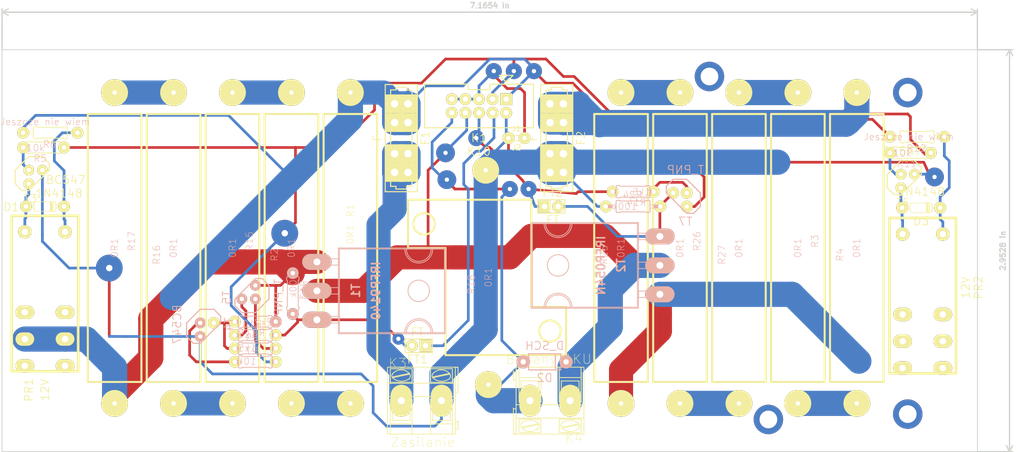
<source format=kicad_pcb>
(kicad_pcb (version 4) (host pcbnew "(2015-02-06 BZR 5410)-product")

  (general
    (links 81)
    (no_connects 3)
    (area 170.074361 47.925001 364.458333 132.075001)
    (thickness 1.6)
    (drawings 6)
    (tracks 346)
    (zones 0)
    (modules 42)
    (nets 34)
  )

  (page A3)
  (layers
    (0 F.Cu signal)
    (31 B.Cu signal)
    (32 B.Adhes user)
    (33 F.Adhes user)
    (34 B.Paste user)
    (35 F.Paste user)
    (36 B.SilkS user)
    (37 F.SilkS user)
    (38 B.Mask user)
    (39 F.Mask user)
    (40 Dwgs.User user)
    (41 Cmts.User user)
    (42 Eco1.User user)
    (43 Eco2.User user)
    (44 Edge.Cuts user)
  )

  (setup
    (last_trace_width 0.254)
    (user_trace_width 0.5)
    (user_trace_width 4.5)
    (user_trace_width 4.7)
    (trace_clearance 0.254)
    (zone_clearance 0.508)
    (zone_45_only no)
    (trace_min 0.254)
    (segment_width 0.2)
    (edge_width 0.15)
    (via_size 0.889)
    (via_drill 0.635)
    (via_min_size 0.889)
    (via_min_drill 0.508)
    (user_via 2.2 0.8)
    (user_via 2.5 0.8)
    (user_via 3 0.8)
    (user_via 3.5 0.8)
    (user_via 5 1.2)
    (user_via 5.5 3.3)
    (uvia_size 0.508)
    (uvia_drill 0.127)
    (uvias_allowed no)
    (uvia_min_size 0.508)
    (uvia_min_drill 0.127)
    (pcb_text_width 0.3)
    (pcb_text_size 1 1)
    (mod_edge_width 0.15)
    (mod_text_size 1 1)
    (mod_text_width 0.15)
    (pad_size 2.5 3.5)
    (pad_drill 1.2)
    (pad_to_mask_clearance 0)
    (aux_axis_origin 0 0)
    (visible_elements FFFFEFBF)
    (pcbplotparams
      (layerselection 0x00030_80000001)
      (usegerberextensions true)
      (excludeedgelayer true)
      (linewidth 0.150000)
      (plotframeref false)
      (viasonmask false)
      (mode 1)
      (useauxorigin false)
      (hpglpennumber 1)
      (hpglpenspeed 20)
      (hpglpendiameter 15)
      (hpglpenoverlay 2)
      (psnegative false)
      (psa4output false)
      (plotreference true)
      (plotvalue true)
      (plotinvisibletext false)
      (padsonsilk false)
      (subtractmaskfromsilk false)
      (outputformat 1)
      (mirror false)
      (drillshape 1)
      (scaleselection 1)
      (outputdirectory ""))
  )

  (net 0 "")
  (net 1 /+18V)
  (net 2 /CHG)
  (net 3 /DSG)
  (net 4 /I_bat)
  (net 5 /NoDAC)
  (net 6 /U_bat)
  (net 7 AGND)
  (net 8 GND)
  (net 9 N-000001)
  (net 10 N-0000010)
  (net 11 N-0000013)
  (net 12 N-0000015)
  (net 13 N-0000016)
  (net 14 N-0000017)
  (net 15 N-0000018)
  (net 16 N-0000019)
  (net 17 N-000002)
  (net 18 N-0000021)
  (net 19 N-0000022)
  (net 20 N-0000023)
  (net 21 N-0000024)
  (net 22 N-0000025)
  (net 23 N-0000026)
  (net 24 N-0000028)
  (net 25 N-0000029)
  (net 26 N-000003)
  (net 27 N-0000030)
  (net 28 N-0000033)
  (net 29 N-000004)
  (net 30 N-000006)
  (net 31 N-000007)
  (net 32 N-000008)
  (net 33 N-000009)

  (net_class Default "To jest domyślna klasa połączeń."
    (clearance 0.254)
    (trace_width 0.254)
    (via_dia 0.889)
    (via_drill 0.635)
    (uvia_dia 0.508)
    (uvia_drill 0.127)
    (add_net /CHG)
    (add_net /DSG)
    (add_net /I_bat)
    (add_net /NoDAC)
    (add_net /U_bat)
    (add_net AGND)
    (add_net N-000001)
    (add_net N-0000010)
    (add_net N-0000013)
    (add_net N-0000015)
    (add_net N-0000016)
    (add_net N-0000017)
    (add_net N-0000018)
    (add_net N-0000019)
    (add_net N-000002)
    (add_net N-0000021)
    (add_net N-0000022)
    (add_net N-0000023)
    (add_net N-0000024)
    (add_net N-0000025)
    (add_net N-0000026)
    (add_net N-0000028)
    (add_net N-0000029)
    (add_net N-000003)
    (add_net N-0000030)
    (add_net N-0000033)
    (add_net N-000004)
    (add_net N-000006)
    (add_net N-000007)
    (add_net N-000008)
    (add_net N-000009)
  )

  (net_class POWER ""
    (clearance 0.5)
    (trace_width 4.5)
    (via_dia 5)
    (via_drill 1.2)
    (uvia_dia 0.508)
    (uvia_drill 0.127)
    (add_net GND)
  )

  (net_class zasilanie ""
    (clearance 0.3)
    (trace_width 0.8)
    (via_dia 2.2)
    (via_drill 0.8)
    (uvia_dia 0.508)
    (uvia_drill 0.127)
    (add_net /+18V)
  )

  (module ELEKTROMECH-PR-S40-DPDT (layer F.Cu) (tedit 54D9151B) (tstamp 5308C96A)
    (at 179 101 270)
    (path /5140F34F)
    (fp_text reference PR1 (at 19.5 3 270) (layer F.SilkS)
      (effects (font (size 1.5 1.5) (thickness 0.15)))
    )
    (fp_text value 12V (at 19.5 0 270) (layer F.SilkS)
      (effects (font (size 1.5 1.5) (thickness 0.15)))
    )
    (fp_circle (center 15 3.75) (end 14 3.75) (layer F.SilkS) (width 0.1))
    (fp_circle (center 15 -3.75) (end 14 -3.75) (layer F.SilkS) (width 0.1))
    (fp_circle (center 10 3.75) (end 11 3.75) (layer F.SilkS) (width 0.1))
    (fp_circle (center 10 -3.75) (end 11 -3.75) (layer F.SilkS) (width 0.1))
    (fp_circle (center 5 3.75) (end 6 3.75) (layer F.SilkS) (width 0.1))
    (fp_circle (center 5 -3.75) (end 6 -3.75) (layer F.SilkS) (width 0.1))
    (fp_circle (center -10 3.75) (end -9 3.75) (layer F.SilkS) (width 0.1))
    (fp_circle (center -10 -3.75) (end -9 -3.75) (layer F.SilkS) (width 0.1))
    (fp_line (start 16 6.2) (end -13 6.2) (layer F.SilkS) (width 0.5))
    (fp_line (start -13 -6.2) (end 16 -6.2) (layer F.SilkS) (width 0.5))
    (fp_line (start -13 6.2) (end -13 -6.2) (layer F.SilkS) (width 0.5))
    (fp_line (start 16 6.2) (end 16 -6.2) (layer F.SilkS) (width 0.5))
    (pad E1 thru_hole circle (at -10 -3.75 270) (size 2.5 2.5) (drill 1.2) (layers *.Cu *.Mask F.SilkS)
      (net 9 N-000001))
    (pad E2 thru_hole circle (at -10 3.75 270) (size 2.5 2.5) (drill 1.2) (layers *.Cu *.Mask F.SilkS)
      (net 17 N-000002))
    (pad S1 thru_hole oval (at 10 -3.75 270) (size 2.5 3.5) (drill 1.2) (layers *.Cu *.Mask F.SilkS)
      (net 10 N-0000010))
    (pad S1 thru_hole oval (at 10 3.75 270) (size 2.5 3.5) (drill 1.2) (layers *.Cu *.Mask F.SilkS)
      (net 10 N-0000010))
    (pad NC1 thru_hole oval (at 5 -3.75 270) (size 2.5 3.5) (drill 1.2) (layers *.Cu *.Mask F.SilkS))
    (pad NC2 thru_hole oval (at 5 3.75 270) (size 2.5 3.5) (drill 1.2) (layers *.Cu *.Mask F.SilkS))
    (pad NO1 thru_hole oval (at 15 -3.75 270) (size 2.5 3.5) (drill 1.2) (layers *.Cu *.Mask F.SilkS))
    (pad NO2 thru_hole oval (at 15 3.75 270) (size 2.5 3.5) (drill 1.2) (layers *.Cu *.Mask F.SilkS))
  )

  (module TO-247AC_V_inv (layer B.Cu) (tedit 50DD5E11) (tstamp 50F1594E)
    (at 293.75 97.25 270)
    (path /508845AD)
    (fp_text reference T2 (at 0 7.24916 270) (layer B.SilkS)
      (effects (font (thickness 0.3048)) (justify mirror))
    )
    (fp_text value IRFP054N (at 0 11 270) (layer B.SilkS)
      (effects (font (thickness 0.3048)) (justify mirror))
    )
    (fp_line (start 4.8 4) (end 4.8 0) (layer B.SilkS) (width 0.15))
    (fp_line (start 4.8 0) (end 5 0) (layer B.SilkS) (width 0.15))
    (fp_line (start -0.6 4) (end -0.6 0) (layer B.SilkS) (width 0.15))
    (fp_line (start -0.6 0) (end 0.6 0) (layer B.SilkS) (width 0.15))
    (fp_line (start 0.6 0) (end 0.6 4) (layer B.SilkS) (width 0.15))
    (fp_line (start -4.8 4) (end -4.8 0) (layer B.SilkS) (width 0.15))
    (fp_line (start -4.8 0) (end -6 0) (layer B.SilkS) (width 0.15))
    (fp_arc (start 7.8 19) (end 7.8 16.4) (angle -90) (layer B.SilkS) (width 0.15))
    (fp_arc (start 7.8 19) (end 7.8 16.7) (angle -90) (layer B.SilkS) (width 0.15))
    (fp_arc (start 7.8 19) (end 5.5 19) (angle -90) (layer B.SilkS) (width 0.15))
    (fp_arc (start 7.8 19) (end 5.2 19) (angle -90) (layer B.SilkS) (width 0.15))
    (fp_arc (start -7.8 19) (end -7.7 21.3) (angle -90) (layer B.SilkS) (width 0.15))
    (fp_arc (start -7.8 19) (end -5.5 19) (angle -90) (layer B.SilkS) (width 0.15))
    (fp_arc (start -7.8 19) (end -7.8 21.6) (angle -90) (layer B.SilkS) (width 0.15))
    (fp_arc (start -7.8 19) (end -5.2 19) (angle -90) (layer B.SilkS) (width 0.15))
    (fp_line (start -7.8 4.2) (end 7.8 4.2) (layer B.SilkS) (width 0.15))
    (fp_line (start 7.8 4.2) (end 7.8 23.8) (layer B.SilkS) (width 0.15))
    (fp_line (start 7.8 23.8) (end -7.8 23.8) (layer B.SilkS) (width 0.15))
    (fp_line (start -7.8 23.8) (end -7.8 4.2) (layer B.SilkS) (width 0.15))
    (fp_line (start 8 4) (end 8 24) (layer B.SilkS) (width 0.15))
    (fp_line (start 8 24) (end -8 24) (layer B.SilkS) (width 0.15))
    (fp_line (start -8 24) (end -8 4) (layer B.SilkS) (width 0.15))
    (fp_line (start -8 4) (end 8 4) (layer B.SilkS) (width 0.15))
    (fp_circle (center 0 19) (end 0 17) (layer B.SilkS) (width 0.15))
    (fp_line (start 5 4) (end 6 4) (layer B.SilkS) (width 0.15))
    (fp_line (start 6 4) (end 6 0) (layer B.SilkS) (width 0.15))
    (fp_line (start 6 0) (end 5 0) (layer B.SilkS) (width 0.15))
    (fp_line (start 0.5 4) (end -0.5 4) (layer B.SilkS) (width 0.15))
    (fp_line (start -6 0) (end -6 4) (layer B.SilkS) (width 0.15))
    (fp_line (start -6 4) (end -5 4) (layer B.SilkS) (width 0.15))
    (pad S thru_hole oval (at 5.4 0 270) (size 2.99974 5.4991) (drill 1.30048) (layers *.Cu *.Mask B.SilkS)
      (net 27 N-0000030))
    (pad D thru_hole oval (at 0 0 270) (size 2.99974 5.4991) (drill 1.30048) (layers *.Cu *.Mask B.SilkS)
      (net 6 /U_bat))
    (pad G thru_hole oval (at -5.4 0 270) (size 2.99974 5.4991) (drill 1.30048) (layers *.Cu *.Mask B.SilkS)
      (net 24 N-0000028))
  )

  (module TO-247AC_V_inv (layer B.Cu) (tedit 50DD5E11) (tstamp 50F15973)
    (at 229.75 102 90)
    (path /508708B8)
    (fp_text reference T1 (at 0 7.24916 90) (layer B.SilkS)
      (effects (font (thickness 0.3048)) (justify mirror))
    )
    (fp_text value IRFP9140 (at 0 11 90) (layer B.SilkS)
      (effects (font (thickness 0.3048)) (justify mirror))
    )
    (fp_line (start 4.8 4) (end 4.8 0) (layer B.SilkS) (width 0.15))
    (fp_line (start 4.8 0) (end 5 0) (layer B.SilkS) (width 0.15))
    (fp_line (start -0.6 4) (end -0.6 0) (layer B.SilkS) (width 0.15))
    (fp_line (start -0.6 0) (end 0.6 0) (layer B.SilkS) (width 0.15))
    (fp_line (start 0.6 0) (end 0.6 4) (layer B.SilkS) (width 0.15))
    (fp_line (start -4.8 4) (end -4.8 0) (layer B.SilkS) (width 0.15))
    (fp_line (start -4.8 0) (end -6 0) (layer B.SilkS) (width 0.15))
    (fp_arc (start 7.8 19) (end 7.8 16.4) (angle -90) (layer B.SilkS) (width 0.15))
    (fp_arc (start 7.8 19) (end 7.8 16.7) (angle -90) (layer B.SilkS) (width 0.15))
    (fp_arc (start 7.8 19) (end 5.5 19) (angle -90) (layer B.SilkS) (width 0.15))
    (fp_arc (start 7.8 19) (end 5.2 19) (angle -90) (layer B.SilkS) (width 0.15))
    (fp_arc (start -7.8 19) (end -7.7 21.3) (angle -90) (layer B.SilkS) (width 0.15))
    (fp_arc (start -7.8 19) (end -5.5 19) (angle -90) (layer B.SilkS) (width 0.15))
    (fp_arc (start -7.8 19) (end -7.8 21.6) (angle -90) (layer B.SilkS) (width 0.15))
    (fp_arc (start -7.8 19) (end -5.2 19) (angle -90) (layer B.SilkS) (width 0.15))
    (fp_line (start -7.8 4.2) (end 7.8 4.2) (layer B.SilkS) (width 0.15))
    (fp_line (start 7.8 4.2) (end 7.8 23.8) (layer B.SilkS) (width 0.15))
    (fp_line (start 7.8 23.8) (end -7.8 23.8) (layer B.SilkS) (width 0.15))
    (fp_line (start -7.8 23.8) (end -7.8 4.2) (layer B.SilkS) (width 0.15))
    (fp_line (start 8 4) (end 8 24) (layer B.SilkS) (width 0.15))
    (fp_line (start 8 24) (end -8 24) (layer B.SilkS) (width 0.15))
    (fp_line (start -8 24) (end -8 4) (layer B.SilkS) (width 0.15))
    (fp_line (start -8 4) (end 8 4) (layer B.SilkS) (width 0.15))
    (fp_circle (center 0 19) (end 0 17) (layer B.SilkS) (width 0.15))
    (fp_line (start 5 4) (end 6 4) (layer B.SilkS) (width 0.15))
    (fp_line (start 6 4) (end 6 0) (layer B.SilkS) (width 0.15))
    (fp_line (start 6 0) (end 5 0) (layer B.SilkS) (width 0.15))
    (fp_line (start 0.5 4) (end -0.5 4) (layer B.SilkS) (width 0.15))
    (fp_line (start -6 0) (end -6 4) (layer B.SilkS) (width 0.15))
    (fp_line (start -6 4) (end -5 4) (layer B.SilkS) (width 0.15))
    (pad S thru_hole oval (at 5.4 0 90) (size 2.99974 5.4991) (drill 1.30048) (layers *.Cu *.Mask B.SilkS)
      (net 10 N-0000010))
    (pad D thru_hole oval (at 0 0 90) (size 2.99974 5.4991) (drill 1.30048) (layers *.Cu *.Mask B.SilkS)
      (net 6 /U_bat))
    (pad G thru_hole oval (at -5.4 0 90) (size 2.99974 5.4991) (drill 1.30048) (layers *.Cu *.Mask B.SilkS)
      (net 28 N-0000033))
  )

  (module resistor-25W_17x29 (layer F.Cu) (tedit 50D0238D) (tstamp 50F1598F)
    (at 261.75 99.5 90)
    (descr "NEWPORT COMPONENTS 2200 SERIE RM 15.24 MM")
    (tags "NEWPORT COMPONENTS 2200 SERIE RM 15.24 MM")
    (path /508706CA)
    (attr virtual)
    (fp_text reference R18 (at -1.27 -3.175 90) (layer B.SilkS)
      (effects (font (size 1.27 1.27) (thickness 0.0889)))
    )
    (fp_text value 0R1 (at 0 0 90) (layer B.SilkS)
      (effects (font (size 1.27 1.27) (thickness 0.0889)))
    )
    (fp_line (start 14.5 8) (end -5.5 8) (layer F.SilkS) (width 0.381))
    (fp_line (start -5.5 8) (end -5.5 8.5) (layer F.SilkS) (width 0.381))
    (fp_line (start -14.5 -8) (end 5.5 -8) (layer F.SilkS) (width 0.381))
    (fp_line (start 5.5 -8) (end 5.5 -8.5) (layer F.SilkS) (width 0.381))
    (fp_circle (center 10 -12) (end 10 -10) (layer F.SilkS) (width 0.381))
    (fp_circle (center -10 11.5) (end -10 13.5) (layer F.SilkS) (width 0.381))
    (fp_line (start -5.5 8.5) (end -5.5 14.5) (layer F.SilkS) (width 0.381))
    (fp_line (start -5.5 14.5) (end -6 14.5) (layer F.SilkS) (width 0.381))
    (fp_line (start -14.5 8.5) (end -14.5 14.5) (layer F.SilkS) (width 0.381))
    (fp_line (start -14.5 14.5) (end -6 14.5) (layer F.SilkS) (width 0.381))
    (fp_line (start 14.5 -8.5) (end 14.5 -15) (layer F.SilkS) (width 0.381))
    (fp_line (start 14.5 -15) (end 5.5 -15) (layer F.SilkS) (width 0.381))
    (fp_line (start 5.5 -15) (end 5.5 -8.5) (layer F.SilkS) (width 0.381))
    (fp_line (start -14.5 0) (end -14.5 -8) (layer F.SilkS) (width 0.381))
    (fp_line (start 14.5 -8.5) (end 14.5 8) (layer F.SilkS) (width 0.381))
    (fp_line (start -14.5 8.5) (end -14.5 0) (layer F.SilkS) (width 0.381))
    (fp_line (start 14.5 -1.5) (end 18.5 -1.5) (layer Dwgs.User) (width 0.381))
    (fp_line (start 18.5 -1.5) (end 18.5 0.5) (layer Dwgs.User) (width 0.381))
    (fp_line (start 18.5 0.5) (end 14.5 0.5) (layer Dwgs.User) (width 0.381))
    (fp_line (start -18.5 1) (end -14.5 1) (layer Dwgs.User) (width 0.381))
    (fp_line (start -18.5 1) (end -18.5 -1) (layer Dwgs.User) (width 0.381))
    (fp_line (start -18.5 -1) (end -14.5 -1) (layer Dwgs.User) (width 0.381))
    (pad 1 thru_hole circle (at -20 0 90) (size 5 5) (drill 0.8128) (layers *.Cu *.Mask F.SilkS)
      (net 4 /I_bat))
    (pad 2 thru_hole circle (at 20 -0.5 90) (size 5 5) (drill 0.8128) (layers *.Cu *.Mask F.SilkS)
      (net 8 GND))
  )

  (module resistor-10W_9x49 (layer F.Cu) (tedit 50D01DE5) (tstamp 50F159A0)
    (at 203 94 90)
    (descr "NEWPORT COMPONENTS 2200 SERIE RM 15.24 MM")
    (tags "NEWPORT COMPONENTS 2200 SERIE RM 15.24 MM")
    (path /50CF8994)
    (attr virtual)
    (fp_text reference R16 (at -1.27 -3.175 90) (layer B.SilkS)
      (effects (font (size 1.27 1.27) (thickness 0.0889)))
    )
    (fp_text value 0R1 (at 0 0 90) (layer B.SilkS)
      (effects (font (size 1.27 1.27) (thickness 0.0889)))
    )
    (fp_line (start 25 -1) (end 29 -1) (layer Dwgs.User) (width 0.381))
    (fp_line (start 29 -1) (end 29 1) (layer Dwgs.User) (width 0.381))
    (fp_line (start 29 1) (end 25 1) (layer Dwgs.User) (width 0.381))
    (fp_line (start -29 1) (end -25 1) (layer Dwgs.User) (width 0.381))
    (fp_line (start -29 1) (end -29 -1) (layer Dwgs.User) (width 0.381))
    (fp_line (start -29 -1) (end -25 -1) (layer Dwgs.User) (width 0.381))
    (fp_line (start -25 0) (end -25 -5) (layer F.SilkS) (width 0.381))
    (fp_line (start -25 -5) (end 25 -5) (layer F.SilkS) (width 0.381))
    (fp_line (start 25 -5) (end 25 5) (layer F.SilkS) (width 0.381))
    (fp_line (start 25 5) (end -25 5) (layer F.SilkS) (width 0.381))
    (fp_line (start -25 5) (end -25 0) (layer F.SilkS) (width 0.381))
    (pad 1 thru_hole circle (at -29 0 90) (size 5 5) (drill 0.8128) (layers *.Cu *.Mask F.SilkS)
      (net 18 N-0000021))
    (pad 2 thru_hole circle (at 29 0 90) (size 5 5) (drill 0.8128) (layers *.Cu *.Mask F.SilkS)
      (net 20 N-0000023))
  )

  (module resistor-10W_9x49 (layer F.Cu) (tedit 50D01DE5) (tstamp 50F159B1)
    (at 286.5 94 90)
    (descr "NEWPORT COMPONENTS 2200 SERIE RM 15.24 MM")
    (tags "NEWPORT COMPONENTS 2200 SERIE RM 15.24 MM")
    (path /50CF894A)
    (attr virtual)
    (fp_text reference R25 (at -1.27 -3.175 90) (layer B.SilkS)
      (effects (font (size 1.27 1.27) (thickness 0.0889)))
    )
    (fp_text value 0R1 (at 0 0 90) (layer B.SilkS)
      (effects (font (size 1.27 1.27) (thickness 0.0889)))
    )
    (fp_line (start 25 -1) (end 29 -1) (layer Dwgs.User) (width 0.381))
    (fp_line (start 29 -1) (end 29 1) (layer Dwgs.User) (width 0.381))
    (fp_line (start 29 1) (end 25 1) (layer Dwgs.User) (width 0.381))
    (fp_line (start -29 1) (end -25 1) (layer Dwgs.User) (width 0.381))
    (fp_line (start -29 1) (end -29 -1) (layer Dwgs.User) (width 0.381))
    (fp_line (start -29 -1) (end -25 -1) (layer Dwgs.User) (width 0.381))
    (fp_line (start -25 0) (end -25 -5) (layer F.SilkS) (width 0.381))
    (fp_line (start -25 -5) (end 25 -5) (layer F.SilkS) (width 0.381))
    (fp_line (start 25 -5) (end 25 5) (layer F.SilkS) (width 0.381))
    (fp_line (start 25 5) (end -25 5) (layer F.SilkS) (width 0.381))
    (fp_line (start -25 5) (end -25 0) (layer F.SilkS) (width 0.381))
    (pad 1 thru_hole circle (at -29 0 90) (size 5 5) (drill 0.8128) (layers *.Cu *.Mask F.SilkS)
      (net 27 N-0000030))
    (pad 2 thru_hole circle (at 29 0 90) (size 5 5) (drill 0.8128) (layers *.Cu *.Mask F.SilkS)
      (net 19 N-0000022))
  )

  (module resistor-10W_9x49 (layer F.Cu) (tedit 50D01DE5) (tstamp 50F159C2)
    (at 297.5 94 270)
    (descr "NEWPORT COMPONENTS 2200 SERIE RM 15.24 MM")
    (tags "NEWPORT COMPONENTS 2200 SERIE RM 15.24 MM")
    (path /50CF8948)
    (attr virtual)
    (fp_text reference R26 (at -1.27 -3.175 270) (layer B.SilkS)
      (effects (font (size 1.27 1.27) (thickness 0.0889)))
    )
    (fp_text value 0R1 (at 0 0 270) (layer B.SilkS)
      (effects (font (size 1.27 1.27) (thickness 0.0889)))
    )
    (fp_line (start 25 -1) (end 29 -1) (layer Dwgs.User) (width 0.381))
    (fp_line (start 29 -1) (end 29 1) (layer Dwgs.User) (width 0.381))
    (fp_line (start 29 1) (end 25 1) (layer Dwgs.User) (width 0.381))
    (fp_line (start -29 1) (end -25 1) (layer Dwgs.User) (width 0.381))
    (fp_line (start -29 1) (end -29 -1) (layer Dwgs.User) (width 0.381))
    (fp_line (start -29 -1) (end -25 -1) (layer Dwgs.User) (width 0.381))
    (fp_line (start -25 0) (end -25 -5) (layer F.SilkS) (width 0.381))
    (fp_line (start -25 -5) (end 25 -5) (layer F.SilkS) (width 0.381))
    (fp_line (start 25 -5) (end 25 5) (layer F.SilkS) (width 0.381))
    (fp_line (start 25 5) (end -25 5) (layer F.SilkS) (width 0.381))
    (fp_line (start -25 5) (end -25 0) (layer F.SilkS) (width 0.381))
    (pad 1 thru_hole circle (at -29 0 270) (size 5 5) (drill 0.8128) (layers *.Cu *.Mask F.SilkS)
      (net 19 N-0000022))
    (pad 2 thru_hole circle (at 29 0 270) (size 5 5) (drill 0.8128) (layers *.Cu *.Mask F.SilkS)
      (net 21 N-0000024))
  )

  (module resistor-10W_9x49 (layer F.Cu) (tedit 50D01DE5) (tstamp 50F159D3)
    (at 192 94 270)
    (descr "NEWPORT COMPONENTS 2200 SERIE RM 15.24 MM")
    (tags "NEWPORT COMPONENTS 2200 SERIE RM 15.24 MM")
    (path /50CCD43F)
    (attr virtual)
    (fp_text reference R17 (at -1.27 -3.175 270) (layer B.SilkS)
      (effects (font (size 1.27 1.27) (thickness 0.0889)))
    )
    (fp_text value 0R1 (at 0 0 270) (layer B.SilkS)
      (effects (font (size 1.27 1.27) (thickness 0.0889)))
    )
    (fp_line (start 25 -1) (end 29 -1) (layer Dwgs.User) (width 0.381))
    (fp_line (start 29 -1) (end 29 1) (layer Dwgs.User) (width 0.381))
    (fp_line (start 29 1) (end 25 1) (layer Dwgs.User) (width 0.381))
    (fp_line (start -29 1) (end -25 1) (layer Dwgs.User) (width 0.381))
    (fp_line (start -29 1) (end -29 -1) (layer Dwgs.User) (width 0.381))
    (fp_line (start -29 -1) (end -25 -1) (layer Dwgs.User) (width 0.381))
    (fp_line (start -25 0) (end -25 -5) (layer F.SilkS) (width 0.381))
    (fp_line (start -25 -5) (end 25 -5) (layer F.SilkS) (width 0.381))
    (fp_line (start 25 -5) (end 25 5) (layer F.SilkS) (width 0.381))
    (fp_line (start 25 5) (end -25 5) (layer F.SilkS) (width 0.381))
    (fp_line (start -25 5) (end -25 0) (layer F.SilkS) (width 0.381))
    (pad 1 thru_hole circle (at -29 0 270) (size 5 5) (drill 0.8128) (layers *.Cu *.Mask F.SilkS)
      (net 20 N-0000023))
    (pad 2 thru_hole circle (at 29 0 270) (size 5 5) (drill 0.8128) (layers *.Cu *.Mask F.SilkS)
      (net 10 N-0000010))
  )

  (module resistor-10W_9x49 (layer F.Cu) (tedit 50D01DE5) (tstamp 50F159E4)
    (at 308.5 94 90)
    (descr "NEWPORT COMPONENTS 2200 SERIE RM 15.24 MM")
    (tags "NEWPORT COMPONENTS 2200 SERIE RM 15.24 MM")
    (path /50CCD307)
    (attr virtual)
    (fp_text reference R27 (at -1.27 -3.175 90) (layer B.SilkS)
      (effects (font (size 1.27 1.27) (thickness 0.0889)))
    )
    (fp_text value 0R1 (at 0 0 90) (layer B.SilkS)
      (effects (font (size 1.27 1.27) (thickness 0.0889)))
    )
    (fp_line (start 25 -1) (end 29 -1) (layer Dwgs.User) (width 0.381))
    (fp_line (start 29 -1) (end 29 1) (layer Dwgs.User) (width 0.381))
    (fp_line (start 29 1) (end 25 1) (layer Dwgs.User) (width 0.381))
    (fp_line (start -29 1) (end -25 1) (layer Dwgs.User) (width 0.381))
    (fp_line (start -29 1) (end -29 -1) (layer Dwgs.User) (width 0.381))
    (fp_line (start -29 -1) (end -25 -1) (layer Dwgs.User) (width 0.381))
    (fp_line (start -25 0) (end -25 -5) (layer F.SilkS) (width 0.381))
    (fp_line (start -25 -5) (end 25 -5) (layer F.SilkS) (width 0.381))
    (fp_line (start 25 -5) (end 25 5) (layer F.SilkS) (width 0.381))
    (fp_line (start 25 5) (end -25 5) (layer F.SilkS) (width 0.381))
    (fp_line (start -25 5) (end -25 0) (layer F.SilkS) (width 0.381))
    (pad 1 thru_hole circle (at -29 0 90) (size 5 5) (drill 0.8128) (layers *.Cu *.Mask F.SilkS)
      (net 21 N-0000024))
    (pad 2 thru_hole circle (at 29 0 90) (size 5 5) (drill 0.8128) (layers *.Cu *.Mask F.SilkS)
      (net 22 N-0000025))
  )

  (module resistor-10W_9x49 (layer F.Cu) (tedit 50D01DE5) (tstamp 50F159F5)
    (at 214 94 270)
    (descr "NEWPORT COMPONENTS 2200 SERIE RM 15.24 MM")
    (tags "NEWPORT COMPONENTS 2200 SERIE RM 15.24 MM")
    (path /50CF899D)
    (attr virtual)
    (fp_text reference R15 (at -1.27 -3.175 270) (layer B.SilkS)
      (effects (font (size 1.27 1.27) (thickness 0.0889)))
    )
    (fp_text value 0R1 (at 0 0 270) (layer B.SilkS)
      (effects (font (size 1.27 1.27) (thickness 0.0889)))
    )
    (fp_line (start 25 -1) (end 29 -1) (layer Dwgs.User) (width 0.381))
    (fp_line (start 29 -1) (end 29 1) (layer Dwgs.User) (width 0.381))
    (fp_line (start 29 1) (end 25 1) (layer Dwgs.User) (width 0.381))
    (fp_line (start -29 1) (end -25 1) (layer Dwgs.User) (width 0.381))
    (fp_line (start -29 1) (end -29 -1) (layer Dwgs.User) (width 0.381))
    (fp_line (start -29 -1) (end -25 -1) (layer Dwgs.User) (width 0.381))
    (fp_line (start -25 0) (end -25 -5) (layer F.SilkS) (width 0.381))
    (fp_line (start -25 -5) (end 25 -5) (layer F.SilkS) (width 0.381))
    (fp_line (start 25 -5) (end 25 5) (layer F.SilkS) (width 0.381))
    (fp_line (start 25 5) (end -25 5) (layer F.SilkS) (width 0.381))
    (fp_line (start -25 5) (end -25 0) (layer F.SilkS) (width 0.381))
    (pad 1 thru_hole circle (at -29 0 270) (size 5 5) (drill 0.8128) (layers *.Cu *.Mask F.SilkS)
      (net 15 N-0000018))
    (pad 2 thru_hole circle (at 29 0 270) (size 5 5) (drill 0.8128) (layers *.Cu *.Mask F.SilkS)
      (net 18 N-0000021))
  )

  (module resistor-10W_9x49 (layer F.Cu) (tedit 50D01DE5) (tstamp 50F15A06)
    (at 330.5 94 90)
    (descr "NEWPORT COMPONENTS 2200 SERIE RM 15.24 MM")
    (tags "NEWPORT COMPONENTS 2200 SERIE RM 15.24 MM")
    (path /50EDE01B)
    (attr virtual)
    (fp_text reference R4 (at -1.27 -3.175 90) (layer B.SilkS)
      (effects (font (size 1.27 1.27) (thickness 0.0889)))
    )
    (fp_text value 0R1 (at 0 0 90) (layer B.SilkS)
      (effects (font (size 1.27 1.27) (thickness 0.0889)))
    )
    (fp_line (start 25 -1) (end 29 -1) (layer Dwgs.User) (width 0.381))
    (fp_line (start 29 -1) (end 29 1) (layer Dwgs.User) (width 0.381))
    (fp_line (start 29 1) (end 25 1) (layer Dwgs.User) (width 0.381))
    (fp_line (start -29 1) (end -25 1) (layer Dwgs.User) (width 0.381))
    (fp_line (start -29 1) (end -29 -1) (layer Dwgs.User) (width 0.381))
    (fp_line (start -29 -1) (end -25 -1) (layer Dwgs.User) (width 0.381))
    (fp_line (start -25 0) (end -25 -5) (layer F.SilkS) (width 0.381))
    (fp_line (start -25 -5) (end 25 -5) (layer F.SilkS) (width 0.381))
    (fp_line (start 25 -5) (end 25 5) (layer F.SilkS) (width 0.381))
    (fp_line (start 25 5) (end -25 5) (layer F.SilkS) (width 0.381))
    (fp_line (start -25 5) (end -25 0) (layer F.SilkS) (width 0.381))
    (pad 1 thru_hole circle (at -29 0 90) (size 5 5) (drill 0.8128) (layers *.Cu *.Mask F.SilkS)
      (net 14 N-0000017))
    (pad 2 thru_hole circle (at 29 0 90) (size 5 5) (drill 0.8128) (layers *.Cu *.Mask F.SilkS)
      (net 25 N-0000029))
  )

  (module resistor-10W_9x49 (layer F.Cu) (tedit 50D01DE5) (tstamp 50F15A17)
    (at 319.5 94 270)
    (descr "NEWPORT COMPONENTS 2200 SERIE RM 15.24 MM")
    (tags "NEWPORT COMPONENTS 2200 SERIE RM 15.24 MM")
    (path /50EDE013)
    (attr virtual)
    (fp_text reference R3 (at -1.27 -3.175 270) (layer B.SilkS)
      (effects (font (size 1.27 1.27) (thickness 0.0889)))
    )
    (fp_text value 0R1 (at 0 0 270) (layer B.SilkS)
      (effects (font (size 1.27 1.27) (thickness 0.0889)))
    )
    (fp_line (start 25 -1) (end 29 -1) (layer Dwgs.User) (width 0.381))
    (fp_line (start 29 -1) (end 29 1) (layer Dwgs.User) (width 0.381))
    (fp_line (start 29 1) (end 25 1) (layer Dwgs.User) (width 0.381))
    (fp_line (start -29 1) (end -25 1) (layer Dwgs.User) (width 0.381))
    (fp_line (start -29 1) (end -29 -1) (layer Dwgs.User) (width 0.381))
    (fp_line (start -29 -1) (end -25 -1) (layer Dwgs.User) (width 0.381))
    (fp_line (start -25 0) (end -25 -5) (layer F.SilkS) (width 0.381))
    (fp_line (start -25 -5) (end 25 -5) (layer F.SilkS) (width 0.381))
    (fp_line (start 25 -5) (end 25 5) (layer F.SilkS) (width 0.381))
    (fp_line (start 25 5) (end -25 5) (layer F.SilkS) (width 0.381))
    (fp_line (start -25 5) (end -25 0) (layer F.SilkS) (width 0.381))
    (pad 1 thru_hole circle (at -29 0 270) (size 5 5) (drill 0.8128) (layers *.Cu *.Mask F.SilkS)
      (net 22 N-0000025))
    (pad 2 thru_hole circle (at 29 0 270) (size 5 5) (drill 0.8128) (layers *.Cu *.Mask F.SilkS)
      (net 14 N-0000017))
  )

  (module resistor-10W_9x49 (layer F.Cu) (tedit 54D9152D) (tstamp 50F15A28)
    (at 236 94 270)
    (descr "NEWPORT COMPONENTS 2200 SERIE RM 15.24 MM")
    (tags "NEWPORT COMPONENTS 2200 SERIE RM 15.24 MM")
    (path /50EDDEFD)
    (attr virtual)
    (fp_text reference R1 (at -7 0 270) (layer F.SilkS)
      (effects (font (size 1.27 1.27) (thickness 0.0889)))
    )
    (fp_text value 0R1 (at -2.5 0 270) (layer F.SilkS)
      (effects (font (size 1.27 1.27) (thickness 0.0889)))
    )
    (fp_line (start 25 -1) (end 29 -1) (layer Dwgs.User) (width 0.381))
    (fp_line (start 29 -1) (end 29 1) (layer Dwgs.User) (width 0.381))
    (fp_line (start 29 1) (end 25 1) (layer Dwgs.User) (width 0.381))
    (fp_line (start -29 1) (end -25 1) (layer Dwgs.User) (width 0.381))
    (fp_line (start -29 1) (end -29 -1) (layer Dwgs.User) (width 0.381))
    (fp_line (start -29 -1) (end -25 -1) (layer Dwgs.User) (width 0.381))
    (fp_line (start -25 0) (end -25 -5) (layer F.SilkS) (width 0.381))
    (fp_line (start -25 -5) (end 25 -5) (layer F.SilkS) (width 0.381))
    (fp_line (start 25 -5) (end 25 5) (layer F.SilkS) (width 0.381))
    (fp_line (start 25 5) (end -25 5) (layer F.SilkS) (width 0.381))
    (fp_line (start -25 5) (end -25 0) (layer F.SilkS) (width 0.381))
    (pad 1 thru_hole circle (at -29 0 270) (size 5 5) (drill 0.8128) (layers *.Cu *.Mask F.SilkS)
      (net 1 /+18V))
    (pad 2 thru_hole circle (at 29 0 270) (size 5 5) (drill 0.8128) (layers *.Cu *.Mask F.SilkS)
      (net 16 N-0000019))
  )

  (module resistor-10W_9x49 (layer F.Cu) (tedit 50D01DE5) (tstamp 50F15A39)
    (at 225 94 90)
    (descr "NEWPORT COMPONENTS 2200 SERIE RM 15.24 MM")
    (tags "NEWPORT COMPONENTS 2200 SERIE RM 15.24 MM")
    (path /50EDDEF5)
    (attr virtual)
    (fp_text reference R2 (at -1.27 -3.175 90) (layer B.SilkS)
      (effects (font (size 1.27 1.27) (thickness 0.0889)))
    )
    (fp_text value 0R1 (at 0 0 90) (layer B.SilkS)
      (effects (font (size 1.27 1.27) (thickness 0.0889)))
    )
    (fp_line (start 25 -1) (end 29 -1) (layer Dwgs.User) (width 0.381))
    (fp_line (start 29 -1) (end 29 1) (layer Dwgs.User) (width 0.381))
    (fp_line (start 29 1) (end 25 1) (layer Dwgs.User) (width 0.381))
    (fp_line (start -29 1) (end -25 1) (layer Dwgs.User) (width 0.381))
    (fp_line (start -29 1) (end -29 -1) (layer Dwgs.User) (width 0.381))
    (fp_line (start -29 -1) (end -25 -1) (layer Dwgs.User) (width 0.381))
    (fp_line (start -25 0) (end -25 -5) (layer F.SilkS) (width 0.381))
    (fp_line (start -25 -5) (end 25 -5) (layer F.SilkS) (width 0.381))
    (fp_line (start 25 -5) (end 25 5) (layer F.SilkS) (width 0.381))
    (fp_line (start 25 5) (end -25 5) (layer F.SilkS) (width 0.381))
    (fp_line (start -25 5) (end -25 0) (layer F.SilkS) (width 0.381))
    (pad 1 thru_hole circle (at -29 0 90) (size 5 5) (drill 0.8128) (layers *.Cu *.Mask F.SilkS)
      (net 16 N-0000019))
    (pad 2 thru_hole circle (at 29 0 90) (size 5 5) (drill 0.8128) (layers *.Cu *.Mask F.SilkS)
      (net 15 N-0000018))
  )

  (module resistor-0207_7 (layer B.Cu) (tedit 200000) (tstamp 50F15A59)
    (at 225.25 102.5 90)
    (descr RESISTOR)
    (tags RESISTOR)
    (path /508708CE)
    (attr virtual)
    (fp_text reference R13 (at 0.635 2.032 90) (layer B.SilkS)
      (effects (font (size 1.27 1.27) (thickness 0.0889)) (justify mirror))
    )
    (fp_text value 100k (at 1.524 0.0762 90) (layer B.SilkS)
      (effects (font (size 1.27 1.27) (thickness 0.0889)) (justify mirror))
    )
    (fp_line (start -3.429 -0.3048) (end -3.175 -0.3048) (layer B.SilkS) (width 0.06604))
    (fp_line (start -3.175 -0.3048) (end -3.175 0.3048) (layer B.SilkS) (width 0.06604))
    (fp_line (start -3.429 0.3048) (end -3.175 0.3048) (layer B.SilkS) (width 0.06604))
    (fp_line (start -3.429 -0.3048) (end -3.429 0.3048) (layer B.SilkS) (width 0.06604))
    (fp_line (start 3.175 -0.3048) (end 3.429 -0.3048) (layer B.SilkS) (width 0.06604))
    (fp_line (start 3.429 -0.3048) (end 3.429 0.3048) (layer B.SilkS) (width 0.06604))
    (fp_line (start 3.175 0.3048) (end 3.429 0.3048) (layer B.SilkS) (width 0.06604))
    (fp_line (start 3.175 -0.3048) (end 3.175 0.3048) (layer B.SilkS) (width 0.06604))
    (fp_line (start -3.81 0) (end -3.429 0) (layer B.SilkS) (width 0.6096))
    (fp_line (start -3.175 -0.889) (end -3.175 0.889) (layer B.SilkS) (width 0.1524))
    (fp_line (start -2.921 1.143) (end -2.54 1.143) (layer B.SilkS) (width 0.1524))
    (fp_line (start -2.413 1.016) (end -2.54 1.143) (layer B.SilkS) (width 0.1524))
    (fp_line (start -2.921 -1.143) (end -2.54 -1.143) (layer B.SilkS) (width 0.1524))
    (fp_line (start -2.413 -1.016) (end -2.54 -1.143) (layer B.SilkS) (width 0.1524))
    (fp_line (start 2.413 1.016) (end 2.54 1.143) (layer B.SilkS) (width 0.1524))
    (fp_line (start 2.413 1.016) (end -2.413 1.016) (layer B.SilkS) (width 0.1524))
    (fp_line (start 2.413 -1.016) (end 2.54 -1.143) (layer B.SilkS) (width 0.1524))
    (fp_line (start 2.413 -1.016) (end -2.413 -1.016) (layer B.SilkS) (width 0.1524))
    (fp_line (start 2.921 1.143) (end 2.54 1.143) (layer B.SilkS) (width 0.1524))
    (fp_line (start 2.921 -1.143) (end 2.54 -1.143) (layer B.SilkS) (width 0.1524))
    (fp_line (start 3.175 -0.889) (end 3.175 0.889) (layer B.SilkS) (width 0.1524))
    (fp_line (start 3.429 0) (end 3.81 0) (layer B.SilkS) (width 0.6096))
    (fp_arc (start -2.921 0.889) (end -3.175 0.889) (angle -90) (layer B.SilkS) (width 0.1524))
    (fp_arc (start -2.921 -0.889) (end -2.921 -1.143) (angle -90) (layer B.SilkS) (width 0.1524))
    (fp_arc (start 2.921 -0.889) (end 3.175 -0.889) (angle -90) (layer B.SilkS) (width 0.1524))
    (fp_arc (start 2.921 0.889) (end 2.921 1.143) (angle -90) (layer B.SilkS) (width 0.1524))
    (pad 1 thru_hole circle (at -3.81 0 90) (size 2.2 2.2) (drill 0.8128) (layers *.Cu B.Paste B.SilkS B.Mask)
      (net 28 N-0000033))
    (pad 2 thru_hole circle (at 3.81 0 90) (size 2.2 2.2) (drill 0.8128) (layers *.Cu B.Paste B.SilkS B.Mask)
      (net 10 N-0000010))
  )

  (module resistor-0207_10 (layer B.Cu) (tedit 5308A016) (tstamp 50F15A79)
    (at 288.75 86.25 180)
    (descr RESISTOR)
    (tags RESISTOR)
    (path /508845E4)
    (attr virtual)
    (fp_text reference R24 (at 0.127 2.159 180) (layer B.SilkS)
      (effects (font (size 1.27 1.27) (thickness 0.0889)) (justify mirror))
    )
    (fp_text value 100k (at 1.5494 0 180) (layer B.SilkS)
      (effects (font (size 1.27 1.27) (thickness 0.0889)) (justify mirror))
    )
    (fp_line (start 3.175 -0.3048) (end 4.0386 -0.3048) (layer B.SilkS) (width 0.06604))
    (fp_line (start 4.0386 -0.3048) (end 4.0386 0.3048) (layer B.SilkS) (width 0.06604))
    (fp_line (start 3.175 0.3048) (end 4.0386 0.3048) (layer B.SilkS) (width 0.06604))
    (fp_line (start 3.175 -0.3048) (end 3.175 0.3048) (layer B.SilkS) (width 0.06604))
    (fp_line (start -4.0386 -0.3048) (end -3.175 -0.3048) (layer B.SilkS) (width 0.06604))
    (fp_line (start -3.175 -0.3048) (end -3.175 0.3048) (layer B.SilkS) (width 0.06604))
    (fp_line (start -4.0386 0.3048) (end -3.175 0.3048) (layer B.SilkS) (width 0.06604))
    (fp_line (start -4.0386 -0.3048) (end -4.0386 0.3048) (layer B.SilkS) (width 0.06604))
    (fp_line (start 5.08 0) (end 4.064 0) (layer B.SilkS) (width 0.6096))
    (fp_line (start -5.08 0) (end -4.064 0) (layer B.SilkS) (width 0.6096))
    (fp_line (start -3.175 -0.889) (end -3.175 0.889) (layer B.SilkS) (width 0.1524))
    (fp_line (start -2.921 1.143) (end -2.54 1.143) (layer B.SilkS) (width 0.1524))
    (fp_line (start -2.413 1.016) (end -2.54 1.143) (layer B.SilkS) (width 0.1524))
    (fp_line (start -2.921 -1.143) (end -2.54 -1.143) (layer B.SilkS) (width 0.1524))
    (fp_line (start -2.413 -1.016) (end -2.54 -1.143) (layer B.SilkS) (width 0.1524))
    (fp_line (start 2.413 1.016) (end 2.54 1.143) (layer B.SilkS) (width 0.1524))
    (fp_line (start 2.413 1.016) (end -2.413 1.016) (layer B.SilkS) (width 0.1524))
    (fp_line (start 2.413 -1.016) (end 2.54 -1.143) (layer B.SilkS) (width 0.1524))
    (fp_line (start 2.413 -1.016) (end -2.413 -1.016) (layer B.SilkS) (width 0.1524))
    (fp_line (start 2.921 1.143) (end 2.54 1.143) (layer B.SilkS) (width 0.1524))
    (fp_line (start 2.921 -1.143) (end 2.54 -1.143) (layer B.SilkS) (width 0.1524))
    (fp_line (start 3.175 -0.889) (end 3.175 0.889) (layer B.SilkS) (width 0.1524))
    (fp_arc (start -2.921 0.889) (end -3.175 0.889) (angle -90) (layer B.SilkS) (width 0.1524))
    (fp_arc (start -2.921 -0.889) (end -2.921 -1.143) (angle -90) (layer B.SilkS) (width 0.1524))
    (fp_arc (start 2.921 -0.889) (end 3.175 -0.889) (angle -90) (layer B.SilkS) (width 0.1524))
    (fp_arc (start 2.921 0.889) (end 2.921 1.143) (angle -90) (layer B.SilkS) (width 0.1524))
    (pad 1 thru_hole circle (at -5.08 0 180) (size 2.2 2.2) (drill 0.8128) (layers *.Cu F.Paste F.SilkS F.Mask)
      (net 24 N-0000028))
    (pad 2 thru_hole circle (at 5.08 0 180) (size 2.2 2.2) (drill 0.8128) (layers *.Cu F.Paste F.SilkS F.Mask)
      (net 8 GND))
  )

  (module PIN-2-I (layer F.Cu) (tedit 4D64F5D4) (tstamp 50F15AA3)
    (at 248.75 112.25 180)
    (descr "Connecteurs 2 pins")
    (tags "CONN DEV")
    (path /50871450)
    (fp_text reference FT1 (at 0.254 -2.54 180) (layer F.SilkS)
      (effects (font (thickness 0.1524)))
    )
    (fp_text value FT (at 0.254 2.54 180) (layer F.SilkS)
      (effects (font (thickness 0.1524)))
    )
    (fp_line (start -2.54 1.27) (end -2.54 -1.27) (layer F.SilkS) (width 0.2032))
    (fp_line (start -2.54 -1.27) (end 2.54 -1.27) (layer F.SilkS) (width 0.2032))
    (fp_line (start 2.54 -1.27) (end 2.54 1.27) (layer F.SilkS) (width 0.2032))
    (fp_line (start 2.54 1.27) (end -2.54 1.27) (layer F.SilkS) (width 0.2032))
    (pad 1 thru_hole rect (at -1.27 0 180) (size 2.19964 2.19964) (drill 1.016) (layers *.Cu *.Mask F.SilkS)
      (net 2 /CHG))
    (pad 2 thru_hole circle (at 1.27 0 180) (size 2.19964 2.19964) (drill 1.016) (layers *.Cu *.Mask F.SilkS)
      (net 28 N-0000033))
    (model pin_array/pins_array_2x1.wrl
      (at (xyz 0 0 0))
      (scale (xyz 1 1 1))
      (rotate (xyz 0 0 0))
    )
  )

  (module PIN-2-I (layer F.Cu) (tedit 4D64F5D4) (tstamp 50F15AAD)
    (at 273.5 86.25)
    (descr "Connecteurs 2 pins")
    (tags "CONN DEV")
    (path /5088E9F4)
    (fp_text reference FT2 (at 0.254 -2.54) (layer F.SilkS)
      (effects (font (thickness 0.1524)))
    )
    (fp_text value FT (at 0.254 2.54) (layer F.SilkS)
      (effects (font (thickness 0.1524)))
    )
    (fp_line (start -2.54 1.27) (end -2.54 -1.27) (layer F.SilkS) (width 0.2032))
    (fp_line (start -2.54 -1.27) (end 2.54 -1.27) (layer F.SilkS) (width 0.2032))
    (fp_line (start 2.54 -1.27) (end 2.54 1.27) (layer F.SilkS) (width 0.2032))
    (fp_line (start 2.54 1.27) (end -2.54 1.27) (layer F.SilkS) (width 0.2032))
    (pad 1 thru_hole rect (at -1.27 0) (size 2.19964 2.19964) (drill 1.016) (layers *.Cu *.Mask F.SilkS)
      (net 3 /DSG))
    (pad 2 thru_hole circle (at 1.27 0) (size 2.19964 2.19964) (drill 1.016) (layers *.Cu *.Mask F.SilkS)
      (net 24 N-0000028))
    (model pin_array/pins_array_2x1.wrl
      (at (xyz 0 0 0))
      (scale (xyz 1 1 1))
      (rotate (xyz 0 0 0))
    )
  )

  (module IDE-V-10 (layer F.Cu) (tedit 4CFE4230) (tstamp 50F15AC6)
    (at 260 67.5 180)
    (path /50EDE500)
    (attr virtual)
    (fp_text reference K1 (at 0 -5.969 180) (layer F.SilkS)
      (effects (font (thickness 0.1524)))
    )
    (fp_text value K10 (at 0 -8.509 180) (layer F.SilkS)
      (effects (font (thickness 0.1524)))
    )
    (fp_line (start 10.16 4.064) (end 10.16 -4.064) (layer F.SilkS) (width 0.2032))
    (fp_line (start -10.16 -4.064) (end -10.16 4.064) (layer F.SilkS) (width 0.2032))
    (fp_line (start -10.16 -4.064) (end 10.16 -4.064) (layer F.SilkS) (width 0.2032))
    (fp_line (start 2.032 4.064) (end 2.032 3.048) (layer F.SilkS) (width 0.2032))
    (fp_line (start 2.032 3.048) (end -2.032 3.048) (layer F.SilkS) (width 0.2032))
    (fp_line (start -2.032 4.064) (end -2.032 3.048) (layer F.SilkS) (width 0.2032))
    (fp_line (start 10.16 4.064) (end 2.032 4.064) (layer F.SilkS) (width 0.2032))
    (fp_line (start -10.16 4.064) (end -2.032 4.064) (layer F.SilkS) (width 0.2032))
    (fp_line (start -5.08 4.445) (end -6.35 5.715) (layer F.SilkS) (width 0.2032))
    (fp_line (start -6.35 5.715) (end -3.81 5.715) (layer F.SilkS) (width 0.2032))
    (fp_line (start -3.81 5.715) (end -5.08 4.445) (layer F.SilkS) (width 0.2032))
    (pad 1 thru_hole rect (at -5.08 1.27 180) (size 2.19964 2.19964) (drill 1.016) (layers *.Cu F.Paste F.SilkS F.Mask)
      (net 1 /+18V))
    (pad 2 thru_hole circle (at -5.08 -1.27 180) (size 2.19964 2.19964) (drill 1.016) (layers *.Cu F.Paste F.SilkS F.Mask)
      (net 8 GND))
    (pad 3 thru_hole circle (at -2.54 1.27 180) (size 2.19964 2.19964) (drill 1.016) (layers *.Cu F.Paste F.SilkS F.Mask)
      (net 5 /NoDAC))
    (pad 4 thru_hole circle (at -2.54 -1.27 180) (size 2.19964 2.19964) (drill 1.016) (layers *.Cu F.Paste F.SilkS F.Mask)
      (net 2 /CHG))
    (pad 5 thru_hole circle (at 0 1.27 180) (size 2.19964 2.19964) (drill 1.016) (layers *.Cu F.Paste F.SilkS F.Mask)
      (net 7 AGND))
    (pad 6 thru_hole circle (at 0 -1.27 180) (size 2.19964 2.19964) (drill 1.016) (layers *.Cu F.Paste F.SilkS F.Mask)
      (net 3 /DSG))
    (pad 7 thru_hole circle (at 2.54 1.27 180) (size 2.19964 2.19964) (drill 1.016) (layers *.Cu F.Paste F.SilkS F.Mask)
      (net 7 AGND))
    (pad 8 thru_hole circle (at 2.54 -1.27 180) (size 2.19964 2.19964) (drill 1.016) (layers *.Cu F.Paste F.SilkS F.Mask)
      (net 6 /U_bat))
    (pad 9 thru_hole circle (at 5.08 1.27 180) (size 2.19964 2.19964) (drill 1.016) (layers *.Cu F.Paste F.SilkS F.Mask)
      (net 7 AGND))
    (pad 10 thru_hole circle (at 5.08 -1.27 180) (size 2.19964 2.19964) (drill 1.016) (layers *.Cu F.Paste F.SilkS F.Mask)
      (net 4 /I_bat))
  )

  (module BEZP-19MM-AMFGN (layer F.Cu) (tedit 50072C27) (tstamp 50F15AE2)
    (at 274.5 73.5 270)
    (path /508845B8)
    (fp_text reference F2 (at 0 -4.50088 270) (layer F.SilkS)
      (effects (font (size 1.50114 1.50114) (thickness 0.14986)))
    )
    (fp_text value F (at 0 4.50088 270) (layer F.SilkS)
      (effects (font (size 1.50114 1.50114) (thickness 0.14986)))
    )
    (fp_line (start 8.99922 -1.99898) (end 8.99922 -1.00076) (layer F.SilkS) (width 0.20066))
    (fp_line (start 8.99922 -1.00076) (end 9.4996 -1.00076) (layer F.SilkS) (width 0.20066))
    (fp_line (start 9.4996 -1.00076) (end 9.4996 1.00076) (layer F.SilkS) (width 0.20066))
    (fp_line (start 9.4996 1.00076) (end 8.99922 1.00076) (layer F.SilkS) (width 0.20066))
    (fp_line (start 8.99922 1.00076) (end 8.99922 1.99898) (layer F.SilkS) (width 0.20066))
    (fp_line (start -8.99922 -1.99898) (end -8.99922 -1.00076) (layer F.SilkS) (width 0.20066))
    (fp_line (start -8.99922 -1.00076) (end -9.4996 -1.00076) (layer F.SilkS) (width 0.20066))
    (fp_line (start -9.4996 -1.00076) (end -9.4996 1.00076) (layer F.SilkS) (width 0.20066))
    (fp_line (start -9.4996 1.00076) (end -8.99922 1.00076) (layer F.SilkS) (width 0.20066))
    (fp_line (start -8.99922 1.00076) (end -8.99922 1.99898) (layer F.SilkS) (width 0.20066))
    (fp_line (start -8.99922 -1.99898) (end 8.99922 -1.99898) (layer F.SilkS) (width 0.20066))
    (fp_line (start 8.99922 1.99898) (end -8.99922 1.99898) (layer F.SilkS) (width 0.20066))
    (fp_line (start -9.99998 -2.99974) (end 9.99998 -2.99974) (layer F.SilkS) (width 0.20066))
    (fp_line (start 9.99998 -2.99974) (end 9.99998 2.99974) (layer F.SilkS) (width 0.20066))
    (fp_line (start 9.99998 2.99974) (end -9.99998 2.99974) (layer F.SilkS) (width 0.20066))
    (fp_line (start -9.99998 2.99974) (end -9.99998 -2.99974) (layer F.SilkS) (width 0.20066))
    (pad 2 thru_hole rect (at 2.90068 1.24968 270) (size 3.50012 3.50012) (drill 1.39954) (layers *.Cu *.Mask F.SilkS)
      (net 8 GND))
    (pad 2 thru_hole rect (at 2.90068 -1.24968 270) (size 3.50012 3.50012) (drill 1.39954) (layers *.Cu *.Mask F.SilkS)
      (net 8 GND))
    (pad 2 thru_hole rect (at 6.4008 1.24968 270) (size 3.50012 3.50012) (drill 1.39954) (layers *.Cu *.Mask F.SilkS)
      (net 8 GND))
    (pad 2 thru_hole rect (at 6.4008 -1.24968 270) (size 3.50012 3.50012) (drill 1.39954) (layers *.Cu *.Mask F.SilkS)
      (net 8 GND))
    (pad 1 thru_hole rect (at -2.90068 -1.24968 270) (size 3.50012 3.50012) (drill 1.39954) (layers *.Cu *.Mask F.SilkS)
      (net 25 N-0000029))
    (pad 1 thru_hole rect (at -2.90068 1.24968 270) (size 3.50012 3.50012) (drill 1.39954) (layers *.Cu *.Mask F.SilkS)
      (net 25 N-0000029))
    (pad 1 thru_hole rect (at -6.4008 1.24968 270) (size 3.50012 3.50012) (drill 1.39954) (layers *.Cu *.Mask F.SilkS)
      (net 25 N-0000029))
    (pad 1 thru_hole trapezoid (at -6.4008 -1.24968 270) (size 3.50012 3.50012) (drill 1.39954) (layers *.Cu *.Mask F.SilkS)
      (net 25 N-0000029))
  )

  (module BEZP-19MM-AMFGN (layer F.Cu) (tedit 50072C27) (tstamp 50F15B1A)
    (at 245.5 73.5 270)
    (path /50A5650A)
    (fp_text reference F1 (at 0 -4.50088 270) (layer F.SilkS)
      (effects (font (size 1.50114 1.50114) (thickness 0.14986)))
    )
    (fp_text value F (at 0 4.50088 270) (layer F.SilkS)
      (effects (font (size 1.50114 1.50114) (thickness 0.14986)))
    )
    (fp_line (start 8.99922 -1.99898) (end 8.99922 -1.00076) (layer F.SilkS) (width 0.20066))
    (fp_line (start 8.99922 -1.00076) (end 9.4996 -1.00076) (layer F.SilkS) (width 0.20066))
    (fp_line (start 9.4996 -1.00076) (end 9.4996 1.00076) (layer F.SilkS) (width 0.20066))
    (fp_line (start 9.4996 1.00076) (end 8.99922 1.00076) (layer F.SilkS) (width 0.20066))
    (fp_line (start 8.99922 1.00076) (end 8.99922 1.99898) (layer F.SilkS) (width 0.20066))
    (fp_line (start -8.99922 -1.99898) (end -8.99922 -1.00076) (layer F.SilkS) (width 0.20066))
    (fp_line (start -8.99922 -1.00076) (end -9.4996 -1.00076) (layer F.SilkS) (width 0.20066))
    (fp_line (start -9.4996 -1.00076) (end -9.4996 1.00076) (layer F.SilkS) (width 0.20066))
    (fp_line (start -9.4996 1.00076) (end -8.99922 1.00076) (layer F.SilkS) (width 0.20066))
    (fp_line (start -8.99922 1.00076) (end -8.99922 1.99898) (layer F.SilkS) (width 0.20066))
    (fp_line (start -8.99922 -1.99898) (end 8.99922 -1.99898) (layer F.SilkS) (width 0.20066))
    (fp_line (start 8.99922 1.99898) (end -8.99922 1.99898) (layer F.SilkS) (width 0.20066))
    (fp_line (start -9.99998 -2.99974) (end 9.99998 -2.99974) (layer F.SilkS) (width 0.20066))
    (fp_line (start 9.99998 -2.99974) (end 9.99998 2.99974) (layer F.SilkS) (width 0.20066))
    (fp_line (start 9.99998 2.99974) (end -9.99998 2.99974) (layer F.SilkS) (width 0.20066))
    (fp_line (start -9.99998 2.99974) (end -9.99998 -2.99974) (layer F.SilkS) (width 0.20066))
    (pad 2 thru_hole rect (at 2.90068 1.24968 270) (size 3.50012 3.50012) (drill 1.39954) (layers *.Cu *.Mask F.SilkS)
      (net 23 N-0000026))
    (pad 2 thru_hole rect (at 2.90068 -1.24968 270) (size 3.50012 3.50012) (drill 1.39954) (layers *.Cu *.Mask F.SilkS)
      (net 23 N-0000026))
    (pad 2 thru_hole rect (at 6.4008 1.24968 270) (size 3.50012 3.50012) (drill 1.39954) (layers *.Cu *.Mask F.SilkS)
      (net 23 N-0000026))
    (pad 2 thru_hole rect (at 6.4008 -1.24968 270) (size 3.50012 3.50012) (drill 1.39954) (layers *.Cu *.Mask F.SilkS)
      (net 23 N-0000026))
    (pad 1 thru_hole rect (at -2.90068 -1.24968 270) (size 3.50012 3.50012) (drill 1.39954) (layers *.Cu *.Mask F.SilkS)
      (net 1 /+18V))
    (pad 1 thru_hole rect (at -2.90068 1.24968 270) (size 3.50012 3.50012) (drill 1.39954) (layers *.Cu *.Mask F.SilkS)
      (net 1 /+18V))
    (pad 1 thru_hole rect (at -6.4008 1.24968 270) (size 3.50012 3.50012) (drill 1.39954) (layers *.Cu *.Mask F.SilkS)
      (net 1 /+18V))
    (pad 1 thru_hole trapezoid (at -6.4008 -1.24968 270) (size 3.50012 3.50012) (drill 1.39954) (layers *.Cu *.Mask F.SilkS)
      (net 1 /+18V))
  )

  (module ark500-2 (layer F.Cu) (tedit 4FD06E20) (tstamp 50F15B6D)
    (at 273.25 122.5 180)
    (descr CONNECTOR)
    (tags CONNECTOR)
    (path /50D02758)
    (attr virtual)
    (fp_text reference K4 (at -4.445 -6.985 180) (layer F.SilkS)
      (effects (font (size 1.778 1.778) (thickness 0.0889)))
    )
    (fp_text value "Badany AKU" (at 0.254 7.747 180) (layer F.SilkS)
      (effects (font (size 1.778 1.778) (thickness 0.0889)))
    )
    (fp_line (start -6.25094 -3.2512) (end 6.25094 -3.2512) (layer F.SilkS) (width 0.1524))
    (fp_line (start 6.74878 -6.25094) (end -6.25094 -6.25094) (layer F.SilkS) (width 0.1524))
    (fp_line (start -6.25094 6.25094) (end -5.75056 6.25094) (layer F.SilkS) (width 0.1524))
    (fp_line (start -5.75056 6.25094) (end -1.75006 6.25094) (layer F.SilkS) (width 0.1524))
    (fp_line (start -1.75006 6.25094) (end 1.75006 6.25094) (layer F.SilkS) (width 0.1524))
    (fp_line (start 1.75006 6.25094) (end 5.75056 6.25094) (layer F.SilkS) (width 0.1524))
    (fp_line (start 5.75056 6.25094) (end 6.25094 6.25094) (layer F.SilkS) (width 0.1524))
    (fp_line (start -6.25094 -0.7493) (end 6.25094 -0.7493) (layer F.SilkS) (width 0.1524))
    (fp_line (start -5.03682 2.54) (end -2.49682 2.54) (layer F.SilkS) (width 0.1524))
    (fp_line (start -2.49682 2.54) (end -2.49682 -0.254) (layer F.SilkS) (width 0.1524))
    (fp_line (start -5.03682 -0.254) (end -2.49682 -0.254) (layer F.SilkS) (width 0.1524))
    (fp_line (start -5.03682 2.54) (end -5.03682 -0.254) (layer F.SilkS) (width 0.1524))
    (fp_line (start 2.46888 2.54) (end 5.00888 2.54) (layer F.SilkS) (width 0.1524))
    (fp_line (start 5.00888 2.54) (end 5.00888 -0.254) (layer F.SilkS) (width 0.1524))
    (fp_line (start 2.46888 -0.254) (end 5.00888 -0.254) (layer F.SilkS) (width 0.1524))
    (fp_line (start 2.46888 2.54) (end 2.46888 -0.254) (layer F.SilkS) (width 0.1524))
    (fp_line (start 6.32968 -6.223) (end 6.32968 -3.175) (layer F.SilkS) (width 0.1524))
    (fp_line (start 6.32968 -6.223) (end 6.83768 -6.223) (layer F.SilkS) (width 0.1524))
    (fp_line (start 6.83768 -6.223) (end 6.83768 -1.397) (layer F.SilkS) (width 0.1524))
    (fp_line (start 6.83768 -1.397) (end 6.32968 -1.651) (layer F.SilkS) (width 0.1524))
    (fp_line (start 6.83768 5.461) (end 6.32968 5.207) (layer F.SilkS) (width 0.1524))
    (fp_line (start 6.32968 5.207) (end 6.32968 6.223) (layer F.SilkS) (width 0.1524))
    (fp_line (start 6.83768 3.81) (end 6.32968 4.064) (layer F.SilkS) (width 0.1524))
    (fp_line (start 6.32968 4.064) (end 6.32968 5.207) (layer F.SilkS) (width 0.1524))
    (fp_line (start 6.83768 3.81) (end 6.83768 5.461) (layer F.SilkS) (width 0.1524))
    (fp_line (start 1.70688 6.223) (end 1.70688 4.318) (layer F.SilkS) (width 0.1524))
    (fp_line (start 5.77088 -0.254) (end 5.77088 4.318) (layer F.SilkS) (width 0.1524))
    (fp_line (start -1.73482 6.223) (end -1.73482 4.318) (layer F.SilkS) (width 0.1524))
    (fp_line (start -5.79882 -0.254) (end -5.79882 4.318) (layer F.SilkS) (width 0.1524))
    (fp_line (start 1.70688 4.318) (end 5.77088 4.318) (layer F.SilkS) (width 0.1524))
    (fp_line (start 1.70688 4.318) (end 1.70688 -0.254) (layer F.SilkS) (width 0.1524))
    (fp_line (start 5.77088 4.318) (end 5.77088 6.223) (layer F.SilkS) (width 0.1524))
    (fp_line (start -1.73482 4.318) (end -5.79882 4.318) (layer F.SilkS) (width 0.1524))
    (fp_line (start -1.73482 4.318) (end -1.73482 -0.254) (layer F.SilkS) (width 0.1524))
    (fp_line (start -5.79882 4.318) (end -5.79882 6.223) (layer F.SilkS) (width 0.1524))
    (fp_line (start 5.38988 3.683) (end 5.38988 0.508) (layer F.SilkS) (width 0.1524))
    (fp_line (start 5.38988 3.683) (end 2.08788 3.683) (layer F.SilkS) (width 0.1524))
    (fp_line (start 2.08788 3.683) (end 2.08788 0.508) (layer F.SilkS) (width 0.1524))
    (fp_line (start -2.11582 3.683) (end -2.11582 0.508) (layer F.SilkS) (width 0.1524))
    (fp_line (start -2.11582 3.683) (end -5.41782 3.683) (layer F.SilkS) (width 0.1524))
    (fp_line (start -5.41782 3.683) (end -5.41782 0.508) (layer F.SilkS) (width 0.1524))
    (fp_line (start -5.41782 0.508) (end -5.03682 0.508) (layer F.SilkS) (width 0.1524))
    (fp_line (start -2.11582 0.508) (end -2.49682 0.508) (layer F.SilkS) (width 0.1524))
    (fp_line (start 2.08788 0.508) (end 2.46888 0.508) (layer F.SilkS) (width 0.1524))
    (fp_line (start 5.38988 0.508) (end 5.00888 0.508) (layer F.SilkS) (width 0.1524))
    (fp_line (start -6.33222 6.223) (end -6.33222 -0.635) (layer F.SilkS) (width 0.1524))
    (fp_line (start -6.33222 -0.635) (end -6.33222 -3.175) (layer F.SilkS) (width 0.1524))
    (fp_line (start 6.32968 -1.651) (end 6.32968 -0.635) (layer F.SilkS) (width 0.1524))
    (fp_line (start 6.32968 -0.635) (end 6.32968 4.064) (layer F.SilkS) (width 0.1524))
    (fp_line (start -6.33222 -3.175) (end -6.33222 -6.223) (layer F.SilkS) (width 0.1524))
    (fp_line (start 6.32968 -3.175) (end 6.32968 -1.651) (layer F.SilkS) (width 0.1524))
    (fp_line (start 1.70688 -3.429) (end 1.70688 -5.969) (layer F.SilkS) (width 0.1524))
    (fp_line (start 1.70688 -5.969) (end 5.77088 -5.969) (layer F.SilkS) (width 0.1524))
    (fp_line (start 5.77088 -5.969) (end 5.77088 -3.429) (layer F.SilkS) (width 0.1524))
    (fp_line (start 5.77088 -3.429) (end 1.70688 -3.429) (layer F.SilkS) (width 0.1524))
    (fp_line (start -1.73482 -3.429) (end -1.73482 -5.969) (layer F.SilkS) (width 0.1524))
    (fp_line (start -1.73482 -3.429) (end -5.79882 -3.429) (layer F.SilkS) (width 0.1524))
    (fp_line (start -5.79882 -3.429) (end -5.79882 -5.969) (layer F.SilkS) (width 0.1524))
    (fp_line (start -1.73482 -5.969) (end -5.79882 -5.969) (layer F.SilkS) (width 0.1524))
    (fp_line (start 2.11328 -4.445) (end 5.16128 -5.08) (layer F.SilkS) (width 0.1524))
    (fp_line (start 2.24028 -4.318) (end 5.28828 -4.953) (layer F.SilkS) (width 0.1524))
    (fp_line (start -5.39242 -4.445) (end -2.34188 -5.08) (layer F.SilkS) (width 0.1524))
    (fp_line (start -5.26542 -4.318) (end -2.21742 -4.953) (layer F.SilkS) (width 0.1524))
    (fp_line (start -5.79882 -0.254) (end -5.41782 -0.254) (layer F.SilkS) (width 0.1524))
    (fp_line (start -1.73482 -0.254) (end -2.11582 -0.254) (layer F.SilkS) (width 0.1524))
    (fp_line (start -2.11582 -0.254) (end -5.41782 -0.254) (layer F.SilkS) (width 0.1524))
    (fp_line (start 5.77088 -0.254) (end 5.38988 -0.254) (layer F.SilkS) (width 0.1524))
    (fp_line (start 1.70688 -0.254) (end 2.08788 -0.254) (layer F.SilkS) (width 0.1524))
    (fp_line (start 2.08788 -0.254) (end 5.38988 -0.254) (layer F.SilkS) (width 0.1524))
    (fp_arc (start 4.75488 -4.59486) (end 5.26034 -5.05206) (angle 90.5) (layer F.SilkS) (width 0.1524))
    (fp_arc (start 3.78968 -6.0706) (end 5.25272 -4.11734) (angle 75.5) (layer F.SilkS) (width 0.1524))
    (fp_arc (start 3.71094 -3.7084) (end 2.11328 -5.0038) (angle 100) (layer F.SilkS) (width 0.1524))
    (fp_arc (start 2.59588 -4.64566) (end 2.30632 -4.1275) (angle 104.2) (layer F.SilkS) (width 0.1524))
    (fp_arc (start -2.75082 -4.59486) (end -2.24282 -5.05206) (angle 90.5) (layer F.SilkS) (width 0.1524))
    (fp_arc (start -3.71348 -6.0706) (end -2.25044 -4.11734) (angle 75.5) (layer F.SilkS) (width 0.1524))
    (fp_arc (start -3.78968 -3.7084) (end -5.39242 -5.0038) (angle 100) (layer F.SilkS) (width 0.1524))
    (fp_arc (start -4.90982 -4.64566) (end -5.19684 -4.1275) (angle 104.2) (layer F.SilkS) (width 0.1524))
    (pad 1 thru_hole oval (at -3.74904 0 180) (size 3.98018 5.96138) (drill 1.3208) (layers *.Cu F.Paste F.SilkS F.Mask)
      (net 6 /U_bat))
    (pad 2 thru_hole oval (at 3.73888 0 180) (size 3.98018 5.96138) (drill 1.3208) (layers *.Cu F.Paste F.SilkS F.Mask)
      (net 4 /I_bat))
  )

  (module ark500-2 (layer F.Cu) (tedit 4FD06E20) (tstamp 50F15BC0)
    (at 249.25 122.5)
    (descr CONNECTOR)
    (tags CONNECTOR)
    (path /50A55F51)
    (attr virtual)
    (fp_text reference K3 (at -4.445 -6.985) (layer F.SilkS)
      (effects (font (size 1.778 1.778) (thickness 0.0889)))
    )
    (fp_text value Zasilanie (at 0.254 7.747) (layer F.SilkS)
      (effects (font (size 1.778 1.778) (thickness 0.0889)))
    )
    (fp_line (start -6.25094 -3.2512) (end 6.25094 -3.2512) (layer F.SilkS) (width 0.1524))
    (fp_line (start 6.74878 -6.25094) (end -6.25094 -6.25094) (layer F.SilkS) (width 0.1524))
    (fp_line (start -6.25094 6.25094) (end -5.75056 6.25094) (layer F.SilkS) (width 0.1524))
    (fp_line (start -5.75056 6.25094) (end -1.75006 6.25094) (layer F.SilkS) (width 0.1524))
    (fp_line (start -1.75006 6.25094) (end 1.75006 6.25094) (layer F.SilkS) (width 0.1524))
    (fp_line (start 1.75006 6.25094) (end 5.75056 6.25094) (layer F.SilkS) (width 0.1524))
    (fp_line (start 5.75056 6.25094) (end 6.25094 6.25094) (layer F.SilkS) (width 0.1524))
    (fp_line (start -6.25094 -0.7493) (end 6.25094 -0.7493) (layer F.SilkS) (width 0.1524))
    (fp_line (start -5.03682 2.54) (end -2.49682 2.54) (layer F.SilkS) (width 0.1524))
    (fp_line (start -2.49682 2.54) (end -2.49682 -0.254) (layer F.SilkS) (width 0.1524))
    (fp_line (start -5.03682 -0.254) (end -2.49682 -0.254) (layer F.SilkS) (width 0.1524))
    (fp_line (start -5.03682 2.54) (end -5.03682 -0.254) (layer F.SilkS) (width 0.1524))
    (fp_line (start 2.46888 2.54) (end 5.00888 2.54) (layer F.SilkS) (width 0.1524))
    (fp_line (start 5.00888 2.54) (end 5.00888 -0.254) (layer F.SilkS) (width 0.1524))
    (fp_line (start 2.46888 -0.254) (end 5.00888 -0.254) (layer F.SilkS) (width 0.1524))
    (fp_line (start 2.46888 2.54) (end 2.46888 -0.254) (layer F.SilkS) (width 0.1524))
    (fp_line (start 6.32968 -6.223) (end 6.32968 -3.175) (layer F.SilkS) (width 0.1524))
    (fp_line (start 6.32968 -6.223) (end 6.83768 -6.223) (layer F.SilkS) (width 0.1524))
    (fp_line (start 6.83768 -6.223) (end 6.83768 -1.397) (layer F.SilkS) (width 0.1524))
    (fp_line (start 6.83768 -1.397) (end 6.32968 -1.651) (layer F.SilkS) (width 0.1524))
    (fp_line (start 6.83768 5.461) (end 6.32968 5.207) (layer F.SilkS) (width 0.1524))
    (fp_line (start 6.32968 5.207) (end 6.32968 6.223) (layer F.SilkS) (width 0.1524))
    (fp_line (start 6.83768 3.81) (end 6.32968 4.064) (layer F.SilkS) (width 0.1524))
    (fp_line (start 6.32968 4.064) (end 6.32968 5.207) (layer F.SilkS) (width 0.1524))
    (fp_line (start 6.83768 3.81) (end 6.83768 5.461) (layer F.SilkS) (width 0.1524))
    (fp_line (start 1.70688 6.223) (end 1.70688 4.318) (layer F.SilkS) (width 0.1524))
    (fp_line (start 5.77088 -0.254) (end 5.77088 4.318) (layer F.SilkS) (width 0.1524))
    (fp_line (start -1.73482 6.223) (end -1.73482 4.318) (layer F.SilkS) (width 0.1524))
    (fp_line (start -5.79882 -0.254) (end -5.79882 4.318) (layer F.SilkS) (width 0.1524))
    (fp_line (start 1.70688 4.318) (end 5.77088 4.318) (layer F.SilkS) (width 0.1524))
    (fp_line (start 1.70688 4.318) (end 1.70688 -0.254) (layer F.SilkS) (width 0.1524))
    (fp_line (start 5.77088 4.318) (end 5.77088 6.223) (layer F.SilkS) (width 0.1524))
    (fp_line (start -1.73482 4.318) (end -5.79882 4.318) (layer F.SilkS) (width 0.1524))
    (fp_line (start -1.73482 4.318) (end -1.73482 -0.254) (layer F.SilkS) (width 0.1524))
    (fp_line (start -5.79882 4.318) (end -5.79882 6.223) (layer F.SilkS) (width 0.1524))
    (fp_line (start 5.38988 3.683) (end 5.38988 0.508) (layer F.SilkS) (width 0.1524))
    (fp_line (start 5.38988 3.683) (end 2.08788 3.683) (layer F.SilkS) (width 0.1524))
    (fp_line (start 2.08788 3.683) (end 2.08788 0.508) (layer F.SilkS) (width 0.1524))
    (fp_line (start -2.11582 3.683) (end -2.11582 0.508) (layer F.SilkS) (width 0.1524))
    (fp_line (start -2.11582 3.683) (end -5.41782 3.683) (layer F.SilkS) (width 0.1524))
    (fp_line (start -5.41782 3.683) (end -5.41782 0.508) (layer F.SilkS) (width 0.1524))
    (fp_line (start -5.41782 0.508) (end -5.03682 0.508) (layer F.SilkS) (width 0.1524))
    (fp_line (start -2.11582 0.508) (end -2.49682 0.508) (layer F.SilkS) (width 0.1524))
    (fp_line (start 2.08788 0.508) (end 2.46888 0.508) (layer F.SilkS) (width 0.1524))
    (fp_line (start 5.38988 0.508) (end 5.00888 0.508) (layer F.SilkS) (width 0.1524))
    (fp_line (start -6.33222 6.223) (end -6.33222 -0.635) (layer F.SilkS) (width 0.1524))
    (fp_line (start -6.33222 -0.635) (end -6.33222 -3.175) (layer F.SilkS) (width 0.1524))
    (fp_line (start 6.32968 -1.651) (end 6.32968 -0.635) (layer F.SilkS) (width 0.1524))
    (fp_line (start 6.32968 -0.635) (end 6.32968 4.064) (layer F.SilkS) (width 0.1524))
    (fp_line (start -6.33222 -3.175) (end -6.33222 -6.223) (layer F.SilkS) (width 0.1524))
    (fp_line (start 6.32968 -3.175) (end 6.32968 -1.651) (layer F.SilkS) (width 0.1524))
    (fp_line (start 1.70688 -3.429) (end 1.70688 -5.969) (layer F.SilkS) (width 0.1524))
    (fp_line (start 1.70688 -5.969) (end 5.77088 -5.969) (layer F.SilkS) (width 0.1524))
    (fp_line (start 5.77088 -5.969) (end 5.77088 -3.429) (layer F.SilkS) (width 0.1524))
    (fp_line (start 5.77088 -3.429) (end 1.70688 -3.429) (layer F.SilkS) (width 0.1524))
    (fp_line (start -1.73482 -3.429) (end -1.73482 -5.969) (layer F.SilkS) (width 0.1524))
    (fp_line (start -1.73482 -3.429) (end -5.79882 -3.429) (layer F.SilkS) (width 0.1524))
    (fp_line (start -5.79882 -3.429) (end -5.79882 -5.969) (layer F.SilkS) (width 0.1524))
    (fp_line (start -1.73482 -5.969) (end -5.79882 -5.969) (layer F.SilkS) (width 0.1524))
    (fp_line (start 2.11328 -4.445) (end 5.16128 -5.08) (layer F.SilkS) (width 0.1524))
    (fp_line (start 2.24028 -4.318) (end 5.28828 -4.953) (layer F.SilkS) (width 0.1524))
    (fp_line (start -5.39242 -4.445) (end -2.34188 -5.08) (layer F.SilkS) (width 0.1524))
    (fp_line (start -5.26542 -4.318) (end -2.21742 -4.953) (layer F.SilkS) (width 0.1524))
    (fp_line (start -5.79882 -0.254) (end -5.41782 -0.254) (layer F.SilkS) (width 0.1524))
    (fp_line (start -1.73482 -0.254) (end -2.11582 -0.254) (layer F.SilkS) (width 0.1524))
    (fp_line (start -2.11582 -0.254) (end -5.41782 -0.254) (layer F.SilkS) (width 0.1524))
    (fp_line (start 5.77088 -0.254) (end 5.38988 -0.254) (layer F.SilkS) (width 0.1524))
    (fp_line (start 1.70688 -0.254) (end 2.08788 -0.254) (layer F.SilkS) (width 0.1524))
    (fp_line (start 2.08788 -0.254) (end 5.38988 -0.254) (layer F.SilkS) (width 0.1524))
    (fp_arc (start 4.75488 -4.59486) (end 5.26034 -5.05206) (angle 90.5) (layer F.SilkS) (width 0.1524))
    (fp_arc (start 3.78968 -6.0706) (end 5.25272 -4.11734) (angle 75.5) (layer F.SilkS) (width 0.1524))
    (fp_arc (start 3.71094 -3.7084) (end 2.11328 -5.0038) (angle 100) (layer F.SilkS) (width 0.1524))
    (fp_arc (start 2.59588 -4.64566) (end 2.30632 -4.1275) (angle 104.2) (layer F.SilkS) (width 0.1524))
    (fp_arc (start -2.75082 -4.59486) (end -2.24282 -5.05206) (angle 90.5) (layer F.SilkS) (width 0.1524))
    (fp_arc (start -3.71348 -6.0706) (end -2.25044 -4.11734) (angle 75.5) (layer F.SilkS) (width 0.1524))
    (fp_arc (start -3.78968 -3.7084) (end -5.39242 -5.0038) (angle 100) (layer F.SilkS) (width 0.1524))
    (fp_arc (start -4.90982 -4.64566) (end -5.19684 -4.1275) (angle 104.2) (layer F.SilkS) (width 0.1524))
    (pad 1 thru_hole oval (at -3.74904 0) (size 3.98018 5.96138) (drill 1.3208) (layers *.Cu F.Paste F.SilkS F.Mask)
      (net 23 N-0000026))
    (pad 2 thru_hole oval (at 3.73888 0) (size 3.98018 5.96138) (drill 1.3208) (layers *.Cu F.Paste F.SilkS F.Mask)
      (net 8 GND))
  )

  (module bridge_3mm (layer F.Cu) (tedit 53089FFD) (tstamp 50F15A99)
    (at 267 73.5 180)
    (path /50EDE60D)
    (fp_text reference J1 (at 0 1.75 180) (layer F.SilkS)
      (effects (font (size 1 1) (thickness 0.15)))
    )
    (fp_text value J2 (at 0 -1.75 180) (layer F.SilkS)
      (effects (font (size 1 1) (thickness 0.15)))
    )
    (fp_line (start 1.5 0.5) (end -1.5 0.5) (layer F.SilkS) (width 0.15))
    (fp_line (start -1.5 -0.5) (end 1.5 -0.5) (layer F.SilkS) (width 0.15))
    (fp_line (start 1.5 -0.5) (end 1.5 0.5) (layer F.SilkS) (width 0.15))
    (fp_line (start -1.5 0.5) (end -1.5 -0.5) (layer F.SilkS) (width 0.15))
    (pad 1 thru_hole circle (at -1.5 0 180) (size 2.2 2.2) (drill 0.8128) (layers *.Cu F.Paste F.SilkS F.Mask)
      (net 7 AGND))
    (pad 2 thru_hole circle (at 1.5 0 180) (size 2.2 2.2) (drill 0.8128) (layers *.Cu F.Paste F.SilkS F.Mask)
      (net 8 GND))
  )

  (module TO-92-B (layer F.Cu) (tedit 4D9DF402) (tstamp 530875CE)
    (at 340 81.5)
    (descr "Transistor TO92 brochage type BC237")
    (tags TO-92)
    (path /5140F65D)
    (fp_text reference T6 (at -1.016 4.064) (layer F.SilkS)
      (effects (font (thickness 0.1524)))
    )
    (fp_text value BC547 (at -1.016 -5.588) (layer F.SilkS)
      (effects (font (thickness 0.1524)))
    )
    (fp_line (start -1.27 2.54) (end 2.54 -1.27) (layer F.SilkS) (width 0.2032))
    (fp_line (start 2.54 -1.27) (end 2.54 -2.54) (layer F.SilkS) (width 0.2032))
    (fp_line (start 2.54 -2.54) (end 1.27 -3.81) (layer F.SilkS) (width 0.2032))
    (fp_line (start 1.27 -3.81) (end -1.27 -3.81) (layer F.SilkS) (width 0.2032))
    (fp_line (start -1.27 -3.81) (end -3.81 -1.27) (layer F.SilkS) (width 0.2032))
    (fp_line (start -3.81 -1.27) (end -3.81 1.27) (layer F.SilkS) (width 0.2032))
    (fp_line (start -3.81 1.27) (end -2.54 2.54) (layer F.SilkS) (width 0.2032))
    (fp_line (start -2.54 2.54) (end -1.27 2.54) (layer F.SilkS) (width 0.2032))
    (pad E thru_hole circle (at 1.27 -1.27) (size 1.99898 1.99898) (drill 0.8128) (layers *.Cu *.Mask F.SilkS)
      (net 8 GND))
    (pad B thru_hole circle (at -1.27 -1.27) (size 1.99898 1.99898) (drill 0.8128) (layers *.Cu *.Mask F.SilkS)
      (net 31 N-000007))
    (pad C thru_hole circle (at -1.27 1.27) (size 1.99898 1.99898) (drill 0.8128) (layers *.Cu *.Mask F.SilkS)
      (net 26 N-000003))
    (model discret/to98.wrl
      (at (xyz 0 0 0))
      (scale (xyz 1 1 1))
      (rotate (xyz 0 0 0))
    )
  )

  (module TO-92-B (layer B.Cu) (tedit 5308A024) (tstamp 530875DD)
    (at 297.5 85 180)
    (descr "Transistor TO92 brochage type BC237")
    (tags TO-92)
    (path /5148E13B)
    (fp_text reference T7 (at -1.016 -4.064 180) (layer B.SilkS)
      (effects (font (thickness 0.1524)) (justify mirror))
    )
    (fp_text value T_PNP (at -1.016 5.588 180) (layer B.SilkS)
      (effects (font (thickness 0.1524)) (justify mirror))
    )
    (fp_line (start -1.27 -2.54) (end 2.54 1.27) (layer B.SilkS) (width 0.2032))
    (fp_line (start 2.54 1.27) (end 2.54 2.54) (layer B.SilkS) (width 0.2032))
    (fp_line (start 2.54 2.54) (end 1.27 3.81) (layer B.SilkS) (width 0.2032))
    (fp_line (start 1.27 3.81) (end -1.27 3.81) (layer B.SilkS) (width 0.2032))
    (fp_line (start -1.27 3.81) (end -3.81 1.27) (layer B.SilkS) (width 0.2032))
    (fp_line (start -3.81 1.27) (end -3.81 -1.27) (layer B.SilkS) (width 0.2032))
    (fp_line (start -3.81 -1.27) (end -2.54 -2.54) (layer B.SilkS) (width 0.2032))
    (fp_line (start -2.54 -2.54) (end -1.27 -2.54) (layer B.SilkS) (width 0.2032))
    (pad E thru_hole circle (at 1.27 1.27 180) (size 2.2 2.2) (drill 0.8128) (layers *.Cu F.Paste F.SilkS F.Mask)
      (net 24 N-0000028))
    (pad B thru_hole circle (at -1.27 1.27 180) (size 2.2 2.2) (drill 0.8128) (layers *.Cu F.Paste F.SilkS F.Mask)
      (net 32 N-000008))
    (pad C thru_hole circle (at -1.27 -1.27 180) (size 2.2 2.2) (drill 0.8128) (layers *.Cu F.Paste F.SilkS F.Mask)
      (net 8 GND))
    (model discret/to98.wrl
      (at (xyz 0 0 0))
      (scale (xyz 1 1 1))
      (rotate (xyz 0 0 0))
    )
  )

  (module TO-92-B (layer B.Cu) (tedit 4D9DF402) (tstamp 530875EC)
    (at 217 102.25 90)
    (descr "Transistor TO92 brochage type BC237")
    (tags TO-92)
    (path /5148D9A9)
    (fp_text reference T5 (at -1.016 -4.064 90) (layer B.SilkS)
      (effects (font (thickness 0.1524)) (justify mirror))
    )
    (fp_text value T_PNP (at -1.016 5.588 90) (layer B.SilkS)
      (effects (font (thickness 0.1524)) (justify mirror))
    )
    (fp_line (start -1.27 -2.54) (end 2.54 1.27) (layer B.SilkS) (width 0.2032))
    (fp_line (start 2.54 1.27) (end 2.54 2.54) (layer B.SilkS) (width 0.2032))
    (fp_line (start 2.54 2.54) (end 1.27 3.81) (layer B.SilkS) (width 0.2032))
    (fp_line (start 1.27 3.81) (end -1.27 3.81) (layer B.SilkS) (width 0.2032))
    (fp_line (start -1.27 3.81) (end -3.81 1.27) (layer B.SilkS) (width 0.2032))
    (fp_line (start -3.81 1.27) (end -3.81 -1.27) (layer B.SilkS) (width 0.2032))
    (fp_line (start -3.81 -1.27) (end -2.54 -2.54) (layer B.SilkS) (width 0.2032))
    (fp_line (start -2.54 -2.54) (end -1.27 -2.54) (layer B.SilkS) (width 0.2032))
    (pad E thru_hole circle (at 1.27 1.27 90) (size 1.99898 1.99898) (drill 0.8128) (layers *.Cu *.Mask B.SilkS)
      (net 10 N-0000010))
    (pad B thru_hole circle (at -1.27 1.27 90) (size 1.99898 1.99898) (drill 0.8128) (layers *.Cu *.Mask B.SilkS)
      (net 12 N-0000015))
    (pad C thru_hole circle (at -1.27 -1.27 90) (size 1.99898 1.99898) (drill 0.8128) (layers *.Cu *.Mask B.SilkS)
      (net 33 N-000009))
    (model discret/to98.wrl
      (at (xyz 0 0 0))
      (scale (xyz 1 1 1))
      (rotate (xyz 0 0 0))
    )
  )

  (module TO-92-B (layer B.Cu) (tedit 5308A0C6) (tstamp 530875FB)
    (at 209.25 109.25 270)
    (descr "Transistor TO92 brochage type BC237")
    (tags TO-92)
    (path /5148D97E)
    (fp_text reference T4 (at -1.016 -4.064 270) (layer B.SilkS)
      (effects (font (thickness 0.1524)) (justify mirror))
    )
    (fp_text value BC547 (at -1.016 5.588 270) (layer B.SilkS)
      (effects (font (thickness 0.1524)) (justify mirror))
    )
    (fp_line (start -1.27 -2.54) (end 2.54 1.27) (layer B.SilkS) (width 0.2032))
    (fp_line (start 2.54 1.27) (end 2.54 2.54) (layer B.SilkS) (width 0.2032))
    (fp_line (start 2.54 2.54) (end 1.27 3.81) (layer B.SilkS) (width 0.2032))
    (fp_line (start 1.27 3.81) (end -1.27 3.81) (layer B.SilkS) (width 0.2032))
    (fp_line (start -1.27 3.81) (end -3.81 1.27) (layer B.SilkS) (width 0.2032))
    (fp_line (start -3.81 1.27) (end -3.81 -1.27) (layer B.SilkS) (width 0.2032))
    (fp_line (start -3.81 -1.27) (end -2.54 -2.54) (layer B.SilkS) (width 0.2032))
    (fp_line (start -2.54 -2.54) (end -1.27 -2.54) (layer B.SilkS) (width 0.2032))
    (pad E thru_hole circle (at 1.27 1.27 270) (size 1.99898 1.99898) (drill 0.8128) (layers *.Cu *.Mask B.SilkS)
      (net 8 GND))
    (pad B thru_hole circle (at -1.27 1.27 270) (size 1.99898 1.99898) (drill 0.8128) (layers *.Cu *.Mask B.SilkS)
      (net 11 N-0000013))
    (pad C thru_hole circle (at -1.27 -1.27 270) (size 2.2 2.2) (drill 0.8128) (layers *.Cu F.Paste F.SilkS F.Mask)
      (net 13 N-0000016))
    (model discret/to98.wrl
      (at (xyz 0 0 0))
      (scale (xyz 1 1 1))
      (rotate (xyz 0 0 0))
    )
  )

  (module TO-92-B (layer F.Cu) (tedit 54D91503) (tstamp 5308760A)
    (at 177.25 80.75)
    (descr "Transistor TO92 brochage type BC237")
    (tags TO-92)
    (path /5140F66A)
    (fp_text reference T3 (at -1.016 4.064) (layer F.SilkS)
      (effects (font (thickness 0.1524)))
    )
    (fp_text value BC547 (at 5.63 0.53) (layer F.SilkS)
      (effects (font (thickness 0.1524)))
    )
    (fp_line (start -1.27 2.54) (end 2.54 -1.27) (layer F.SilkS) (width 0.2032))
    (fp_line (start 2.54 -1.27) (end 2.54 -2.54) (layer F.SilkS) (width 0.2032))
    (fp_line (start 2.54 -2.54) (end 1.27 -3.81) (layer F.SilkS) (width 0.2032))
    (fp_line (start 1.27 -3.81) (end -1.27 -3.81) (layer F.SilkS) (width 0.2032))
    (fp_line (start -1.27 -3.81) (end -3.81 -1.27) (layer F.SilkS) (width 0.2032))
    (fp_line (start -3.81 -1.27) (end -3.81 1.27) (layer F.SilkS) (width 0.2032))
    (fp_line (start -3.81 1.27) (end -2.54 2.54) (layer F.SilkS) (width 0.2032))
    (fp_line (start -2.54 2.54) (end -1.27 2.54) (layer F.SilkS) (width 0.2032))
    (pad E thru_hole circle (at 1.27 -1.27) (size 1.99898 1.99898) (drill 0.8128) (layers *.Cu *.Mask F.SilkS)
      (net 8 GND))
    (pad B thru_hole circle (at -1.27 -1.27) (size 1.99898 1.99898) (drill 0.8128) (layers *.Cu *.Mask F.SilkS)
      (net 30 N-000006))
    (pad C thru_hole circle (at -1.27 1.27) (size 1.99898 1.99898) (drill 0.8128) (layers *.Cu *.Mask F.SilkS)
      (net 17 N-000002))
    (model discret/to98.wrl
      (at (xyz 0 0 0))
      (scale (xyz 1 1 1))
      (rotate (xyz 0 0 0))
    )
  )

  (module resistor-0207_7 (layer F.Cu) (tedit 53089FDF) (tstamp 5308762A)
    (at 178.75 75.25 180)
    (descr RESISTOR)
    (tags RESISTOR)
    (path /5140F9F9)
    (attr virtual)
    (fp_text reference R5 (at 0.635 -2.032 180) (layer B.SilkS)
      (effects (font (size 1.27 1.27) (thickness 0.0889)))
    )
    (fp_text value 10k (at 1.524 -0.0762 180) (layer B.SilkS)
      (effects (font (size 1.27 1.27) (thickness 0.0889)))
    )
    (fp_line (start -3.429 0.3048) (end -3.175 0.3048) (layer F.SilkS) (width 0.06604))
    (fp_line (start -3.175 0.3048) (end -3.175 -0.3048) (layer F.SilkS) (width 0.06604))
    (fp_line (start -3.429 -0.3048) (end -3.175 -0.3048) (layer F.SilkS) (width 0.06604))
    (fp_line (start -3.429 0.3048) (end -3.429 -0.3048) (layer F.SilkS) (width 0.06604))
    (fp_line (start 3.175 0.3048) (end 3.429 0.3048) (layer F.SilkS) (width 0.06604))
    (fp_line (start 3.429 0.3048) (end 3.429 -0.3048) (layer F.SilkS) (width 0.06604))
    (fp_line (start 3.175 -0.3048) (end 3.429 -0.3048) (layer F.SilkS) (width 0.06604))
    (fp_line (start 3.175 0.3048) (end 3.175 -0.3048) (layer F.SilkS) (width 0.06604))
    (fp_line (start -3.81 0) (end -3.429 0) (layer F.SilkS) (width 0.6096))
    (fp_line (start -3.175 0.889) (end -3.175 -0.889) (layer F.SilkS) (width 0.1524))
    (fp_line (start -2.921 -1.143) (end -2.54 -1.143) (layer F.SilkS) (width 0.1524))
    (fp_line (start -2.413 -1.016) (end -2.54 -1.143) (layer F.SilkS) (width 0.1524))
    (fp_line (start -2.921 1.143) (end -2.54 1.143) (layer F.SilkS) (width 0.1524))
    (fp_line (start -2.413 1.016) (end -2.54 1.143) (layer F.SilkS) (width 0.1524))
    (fp_line (start 2.413 -1.016) (end 2.54 -1.143) (layer F.SilkS) (width 0.1524))
    (fp_line (start 2.413 -1.016) (end -2.413 -1.016) (layer F.SilkS) (width 0.1524))
    (fp_line (start 2.413 1.016) (end 2.54 1.143) (layer F.SilkS) (width 0.1524))
    (fp_line (start 2.413 1.016) (end -2.413 1.016) (layer F.SilkS) (width 0.1524))
    (fp_line (start 2.921 -1.143) (end 2.54 -1.143) (layer F.SilkS) (width 0.1524))
    (fp_line (start 2.921 1.143) (end 2.54 1.143) (layer F.SilkS) (width 0.1524))
    (fp_line (start 3.175 0.889) (end 3.175 -0.889) (layer F.SilkS) (width 0.1524))
    (fp_line (start 3.429 0) (end 3.81 0) (layer F.SilkS) (width 0.6096))
    (fp_arc (start -2.921 -0.889) (end -3.175 -0.889) (angle 90) (layer F.SilkS) (width 0.1524))
    (fp_arc (start -2.921 0.889) (end -2.921 1.143) (angle 90) (layer F.SilkS) (width 0.1524))
    (fp_arc (start 2.921 0.889) (end 3.175 0.889) (angle 90) (layer F.SilkS) (width 0.1524))
    (fp_arc (start 2.921 -0.889) (end 2.921 -1.143) (angle 90) (layer F.SilkS) (width 0.1524))
    (pad 1 thru_hole circle (at -3.81 0 180) (size 2.2 2.2) (drill 0.8128) (layers *.Cu F.Paste F.SilkS F.Mask)
      (net 5 /NoDAC))
    (pad 2 thru_hole circle (at 3.81 0 180) (size 2.2 2.2) (drill 0.8128) (layers *.Cu F.Paste F.SilkS F.Mask)
      (net 30 N-000006))
  )

  (module resistor-0207_7 (layer F.Cu) (tedit 5308A032) (tstamp 5308764A)
    (at 340.5 76.25 180)
    (descr RESISTOR)
    (tags RESISTOR)
    (path /5140FA75)
    (attr virtual)
    (fp_text reference R11 (at 0.635 -2.032 180) (layer B.SilkS)
      (effects (font (size 1.27 1.27) (thickness 0.0889)))
    )
    (fp_text value 10k (at 1.524 -0.0762 180) (layer B.SilkS)
      (effects (font (size 1.27 1.27) (thickness 0.0889)))
    )
    (fp_line (start -3.429 0.3048) (end -3.175 0.3048) (layer F.SilkS) (width 0.06604))
    (fp_line (start -3.175 0.3048) (end -3.175 -0.3048) (layer F.SilkS) (width 0.06604))
    (fp_line (start -3.429 -0.3048) (end -3.175 -0.3048) (layer F.SilkS) (width 0.06604))
    (fp_line (start -3.429 0.3048) (end -3.429 -0.3048) (layer F.SilkS) (width 0.06604))
    (fp_line (start 3.175 0.3048) (end 3.429 0.3048) (layer F.SilkS) (width 0.06604))
    (fp_line (start 3.429 0.3048) (end 3.429 -0.3048) (layer F.SilkS) (width 0.06604))
    (fp_line (start 3.175 -0.3048) (end 3.429 -0.3048) (layer F.SilkS) (width 0.06604))
    (fp_line (start 3.175 0.3048) (end 3.175 -0.3048) (layer F.SilkS) (width 0.06604))
    (fp_line (start -3.81 0) (end -3.429 0) (layer F.SilkS) (width 0.6096))
    (fp_line (start -3.175 0.889) (end -3.175 -0.889) (layer F.SilkS) (width 0.1524))
    (fp_line (start -2.921 -1.143) (end -2.54 -1.143) (layer F.SilkS) (width 0.1524))
    (fp_line (start -2.413 -1.016) (end -2.54 -1.143) (layer F.SilkS) (width 0.1524))
    (fp_line (start -2.921 1.143) (end -2.54 1.143) (layer F.SilkS) (width 0.1524))
    (fp_line (start -2.413 1.016) (end -2.54 1.143) (layer F.SilkS) (width 0.1524))
    (fp_line (start 2.413 -1.016) (end 2.54 -1.143) (layer F.SilkS) (width 0.1524))
    (fp_line (start 2.413 -1.016) (end -2.413 -1.016) (layer F.SilkS) (width 0.1524))
    (fp_line (start 2.413 1.016) (end 2.54 1.143) (layer F.SilkS) (width 0.1524))
    (fp_line (start 2.413 1.016) (end -2.413 1.016) (layer F.SilkS) (width 0.1524))
    (fp_line (start 2.921 -1.143) (end 2.54 -1.143) (layer F.SilkS) (width 0.1524))
    (fp_line (start 2.921 1.143) (end 2.54 1.143) (layer F.SilkS) (width 0.1524))
    (fp_line (start 3.175 0.889) (end 3.175 -0.889) (layer F.SilkS) (width 0.1524))
    (fp_line (start 3.429 0) (end 3.81 0) (layer F.SilkS) (width 0.6096))
    (fp_arc (start -2.921 -0.889) (end -3.175 -0.889) (angle 90) (layer F.SilkS) (width 0.1524))
    (fp_arc (start -2.921 0.889) (end -2.921 1.143) (angle 90) (layer F.SilkS) (width 0.1524))
    (fp_arc (start 2.921 0.889) (end 3.175 0.889) (angle 90) (layer F.SilkS) (width 0.1524))
    (fp_arc (start 2.921 -0.889) (end 2.921 -1.143) (angle 90) (layer F.SilkS) (width 0.1524))
    (pad 1 thru_hole circle (at -3.81 0 180) (size 2.2 2.2) (drill 0.8128) (layers *.Cu F.Paste F.SilkS F.Mask)
      (net 5 /NoDAC))
    (pad 2 thru_hole circle (at 3.81 0 180) (size 2.2 2.2) (drill 0.8128) (layers *.Cu F.Paste F.SilkS F.Mask)
      (net 31 N-000007))
  )

  (module resistor-0207_7 (layer B.Cu) (tedit 5308A097) (tstamp 5308766A)
    (at 218.25 115.25 180)
    (descr RESISTOR)
    (tags RESISTOR)
    (path /5148D98B)
    (attr virtual)
    (fp_text reference R7 (at 0.635 2.032 180) (layer B.SilkS)
      (effects (font (size 1.27 1.27) (thickness 0.0889)) (justify mirror))
    )
    (fp_text value 10k (at 1.524 0.0762 180) (layer B.SilkS)
      (effects (font (size 1.27 1.27) (thickness 0.0889)) (justify mirror))
    )
    (fp_line (start -3.429 -0.3048) (end -3.175 -0.3048) (layer B.SilkS) (width 0.06604))
    (fp_line (start -3.175 -0.3048) (end -3.175 0.3048) (layer B.SilkS) (width 0.06604))
    (fp_line (start -3.429 0.3048) (end -3.175 0.3048) (layer B.SilkS) (width 0.06604))
    (fp_line (start -3.429 -0.3048) (end -3.429 0.3048) (layer B.SilkS) (width 0.06604))
    (fp_line (start 3.175 -0.3048) (end 3.429 -0.3048) (layer B.SilkS) (width 0.06604))
    (fp_line (start 3.429 -0.3048) (end 3.429 0.3048) (layer B.SilkS) (width 0.06604))
    (fp_line (start 3.175 0.3048) (end 3.429 0.3048) (layer B.SilkS) (width 0.06604))
    (fp_line (start 3.175 -0.3048) (end 3.175 0.3048) (layer B.SilkS) (width 0.06604))
    (fp_line (start -3.81 0) (end -3.429 0) (layer B.SilkS) (width 0.6096))
    (fp_line (start -3.175 -0.889) (end -3.175 0.889) (layer B.SilkS) (width 0.1524))
    (fp_line (start -2.921 1.143) (end -2.54 1.143) (layer B.SilkS) (width 0.1524))
    (fp_line (start -2.413 1.016) (end -2.54 1.143) (layer B.SilkS) (width 0.1524))
    (fp_line (start -2.921 -1.143) (end -2.54 -1.143) (layer B.SilkS) (width 0.1524))
    (fp_line (start -2.413 -1.016) (end -2.54 -1.143) (layer B.SilkS) (width 0.1524))
    (fp_line (start 2.413 1.016) (end 2.54 1.143) (layer B.SilkS) (width 0.1524))
    (fp_line (start 2.413 1.016) (end -2.413 1.016) (layer B.SilkS) (width 0.1524))
    (fp_line (start 2.413 -1.016) (end 2.54 -1.143) (layer B.SilkS) (width 0.1524))
    (fp_line (start 2.413 -1.016) (end -2.413 -1.016) (layer B.SilkS) (width 0.1524))
    (fp_line (start 2.921 1.143) (end 2.54 1.143) (layer B.SilkS) (width 0.1524))
    (fp_line (start 2.921 -1.143) (end 2.54 -1.143) (layer B.SilkS) (width 0.1524))
    (fp_line (start 3.175 -0.889) (end 3.175 0.889) (layer B.SilkS) (width 0.1524))
    (fp_line (start 3.429 0) (end 3.81 0) (layer B.SilkS) (width 0.6096))
    (fp_arc (start -2.921 0.889) (end -3.175 0.889) (angle -90) (layer B.SilkS) (width 0.1524))
    (fp_arc (start -2.921 -0.889) (end -2.921 -1.143) (angle -90) (layer B.SilkS) (width 0.1524))
    (fp_arc (start 2.921 -0.889) (end 3.175 -0.889) (angle -90) (layer B.SilkS) (width 0.1524))
    (fp_arc (start 2.921 0.889) (end 2.921 1.143) (angle -90) (layer B.SilkS) (width 0.1524))
    (pad 1 thru_hole circle (at -3.81 0 180) (size 2.2 2.2) (drill 0.8128) (layers *.Cu F.Paste F.SilkS F.Mask)
      (net 5 /NoDAC))
    (pad 2 thru_hole circle (at 3.81 0 180) (size 2.2 2.2) (drill 0.8128) (layers *.Cu F.Paste F.SilkS F.Mask)
      (net 11 N-0000013))
  )

  (module resistor-0207_7 (layer B.Cu) (tedit 5308A081) (tstamp 5308768A)
    (at 218.25 107.75)
    (descr RESISTOR)
    (tags RESISTOR)
    (path /5148D992)
    (attr virtual)
    (fp_text reference R8 (at 0.635 2.032) (layer B.SilkS)
      (effects (font (size 1.27 1.27) (thickness 0.0889)) (justify mirror))
    )
    (fp_text value 2k2 (at 1.524 0.0762) (layer B.SilkS)
      (effects (font (size 1.27 1.27) (thickness 0.0889)) (justify mirror))
    )
    (fp_line (start -3.429 -0.3048) (end -3.175 -0.3048) (layer B.SilkS) (width 0.06604))
    (fp_line (start -3.175 -0.3048) (end -3.175 0.3048) (layer B.SilkS) (width 0.06604))
    (fp_line (start -3.429 0.3048) (end -3.175 0.3048) (layer B.SilkS) (width 0.06604))
    (fp_line (start -3.429 -0.3048) (end -3.429 0.3048) (layer B.SilkS) (width 0.06604))
    (fp_line (start 3.175 -0.3048) (end 3.429 -0.3048) (layer B.SilkS) (width 0.06604))
    (fp_line (start 3.429 -0.3048) (end 3.429 0.3048) (layer B.SilkS) (width 0.06604))
    (fp_line (start 3.175 0.3048) (end 3.429 0.3048) (layer B.SilkS) (width 0.06604))
    (fp_line (start 3.175 -0.3048) (end 3.175 0.3048) (layer B.SilkS) (width 0.06604))
    (fp_line (start -3.81 0) (end -3.429 0) (layer B.SilkS) (width 0.6096))
    (fp_line (start -3.175 -0.889) (end -3.175 0.889) (layer B.SilkS) (width 0.1524))
    (fp_line (start -2.921 1.143) (end -2.54 1.143) (layer B.SilkS) (width 0.1524))
    (fp_line (start -2.413 1.016) (end -2.54 1.143) (layer B.SilkS) (width 0.1524))
    (fp_line (start -2.921 -1.143) (end -2.54 -1.143) (layer B.SilkS) (width 0.1524))
    (fp_line (start -2.413 -1.016) (end -2.54 -1.143) (layer B.SilkS) (width 0.1524))
    (fp_line (start 2.413 1.016) (end 2.54 1.143) (layer B.SilkS) (width 0.1524))
    (fp_line (start 2.413 1.016) (end -2.413 1.016) (layer B.SilkS) (width 0.1524))
    (fp_line (start 2.413 -1.016) (end 2.54 -1.143) (layer B.SilkS) (width 0.1524))
    (fp_line (start 2.413 -1.016) (end -2.413 -1.016) (layer B.SilkS) (width 0.1524))
    (fp_line (start 2.921 1.143) (end 2.54 1.143) (layer B.SilkS) (width 0.1524))
    (fp_line (start 2.921 -1.143) (end 2.54 -1.143) (layer B.SilkS) (width 0.1524))
    (fp_line (start 3.175 -0.889) (end 3.175 0.889) (layer B.SilkS) (width 0.1524))
    (fp_line (start 3.429 0) (end 3.81 0) (layer B.SilkS) (width 0.6096))
    (fp_arc (start -2.921 0.889) (end -3.175 0.889) (angle -90) (layer B.SilkS) (width 0.1524))
    (fp_arc (start -2.921 -0.889) (end -2.921 -1.143) (angle -90) (layer B.SilkS) (width 0.1524))
    (fp_arc (start 2.921 -0.889) (end 3.175 -0.889) (angle -90) (layer B.SilkS) (width 0.1524))
    (fp_arc (start 2.921 0.889) (end 2.921 1.143) (angle -90) (layer B.SilkS) (width 0.1524))
    (pad 1 thru_hole circle (at -3.81 0) (size 2.2 2.2) (drill 0.8128) (layers *.Cu F.Paste F.SilkS F.Mask)
      (net 13 N-0000016))
    (pad 2 thru_hole circle (at 3.81 0) (size 2.2 2.2) (drill 0.8128) (layers *.Cu B.Paste B.SilkS B.Mask)
      (net 10 N-0000010))
  )

  (module resistor-0207_7 (layer B.Cu) (tedit 5308A0B0) (tstamp 530876AA)
    (at 218.25 112.75 180)
    (descr RESISTOR)
    (tags RESISTOR)
    (path /5148D9B6)
    (attr virtual)
    (fp_text reference R9 (at 0.635 2.032 180) (layer B.SilkS)
      (effects (font (size 1.27 1.27) (thickness 0.0889)) (justify mirror))
    )
    (fp_text value 1k5 (at 1.524 0.0762 180) (layer B.SilkS)
      (effects (font (size 1.27 1.27) (thickness 0.0889)) (justify mirror))
    )
    (fp_line (start -3.429 -0.3048) (end -3.175 -0.3048) (layer B.SilkS) (width 0.06604))
    (fp_line (start -3.175 -0.3048) (end -3.175 0.3048) (layer B.SilkS) (width 0.06604))
    (fp_line (start -3.429 0.3048) (end -3.175 0.3048) (layer B.SilkS) (width 0.06604))
    (fp_line (start -3.429 -0.3048) (end -3.429 0.3048) (layer B.SilkS) (width 0.06604))
    (fp_line (start 3.175 -0.3048) (end 3.429 -0.3048) (layer B.SilkS) (width 0.06604))
    (fp_line (start 3.429 -0.3048) (end 3.429 0.3048) (layer B.SilkS) (width 0.06604))
    (fp_line (start 3.175 0.3048) (end 3.429 0.3048) (layer B.SilkS) (width 0.06604))
    (fp_line (start 3.175 -0.3048) (end 3.175 0.3048) (layer B.SilkS) (width 0.06604))
    (fp_line (start -3.81 0) (end -3.429 0) (layer B.SilkS) (width 0.6096))
    (fp_line (start -3.175 -0.889) (end -3.175 0.889) (layer B.SilkS) (width 0.1524))
    (fp_line (start -2.921 1.143) (end -2.54 1.143) (layer B.SilkS) (width 0.1524))
    (fp_line (start -2.413 1.016) (end -2.54 1.143) (layer B.SilkS) (width 0.1524))
    (fp_line (start -2.921 -1.143) (end -2.54 -1.143) (layer B.SilkS) (width 0.1524))
    (fp_line (start -2.413 -1.016) (end -2.54 -1.143) (layer B.SilkS) (width 0.1524))
    (fp_line (start 2.413 1.016) (end 2.54 1.143) (layer B.SilkS) (width 0.1524))
    (fp_line (start 2.413 1.016) (end -2.413 1.016) (layer B.SilkS) (width 0.1524))
    (fp_line (start 2.413 -1.016) (end 2.54 -1.143) (layer B.SilkS) (width 0.1524))
    (fp_line (start 2.413 -1.016) (end -2.413 -1.016) (layer B.SilkS) (width 0.1524))
    (fp_line (start 2.921 1.143) (end 2.54 1.143) (layer B.SilkS) (width 0.1524))
    (fp_line (start 2.921 -1.143) (end 2.54 -1.143) (layer B.SilkS) (width 0.1524))
    (fp_line (start 3.175 -0.889) (end 3.175 0.889) (layer B.SilkS) (width 0.1524))
    (fp_line (start 3.429 0) (end 3.81 0) (layer B.SilkS) (width 0.6096))
    (fp_arc (start -2.921 0.889) (end -3.175 0.889) (angle -90) (layer B.SilkS) (width 0.1524))
    (fp_arc (start -2.921 -0.889) (end -2.921 -1.143) (angle -90) (layer B.SilkS) (width 0.1524))
    (fp_arc (start 2.921 -0.889) (end 3.175 -0.889) (angle -90) (layer B.SilkS) (width 0.1524))
    (fp_arc (start 2.921 0.889) (end 2.921 1.143) (angle -90) (layer B.SilkS) (width 0.1524))
    (pad 1 thru_hole circle (at -3.81 0 180) (size 2.2 2.2) (drill 0.8128) (layers *.Cu F.Paste F.SilkS F.Mask)
      (net 12 N-0000015))
    (pad 2 thru_hole circle (at 3.81 0 180) (size 2.2 2.2) (drill 0.8128) (layers *.Cu F.Paste F.SilkS F.Mask)
      (net 13 N-0000016))
  )

  (module resistor-0207_7 (layer B.Cu) (tedit 5308A0B4) (tstamp 530876CA)
    (at 218.25 110.25 180)
    (descr RESISTOR)
    (tags RESISTOR)
    (path /5148D9C6)
    (attr virtual)
    (fp_text reference R10 (at 0.635 2.032 180) (layer B.SilkS)
      (effects (font (size 1.27 1.27) (thickness 0.0889)) (justify mirror))
    )
    (fp_text value 1k5 (at 1.524 0.0762 180) (layer B.SilkS)
      (effects (font (size 1.27 1.27) (thickness 0.0889)) (justify mirror))
    )
    (fp_line (start -3.429 -0.3048) (end -3.175 -0.3048) (layer B.SilkS) (width 0.06604))
    (fp_line (start -3.175 -0.3048) (end -3.175 0.3048) (layer B.SilkS) (width 0.06604))
    (fp_line (start -3.429 0.3048) (end -3.175 0.3048) (layer B.SilkS) (width 0.06604))
    (fp_line (start -3.429 -0.3048) (end -3.429 0.3048) (layer B.SilkS) (width 0.06604))
    (fp_line (start 3.175 -0.3048) (end 3.429 -0.3048) (layer B.SilkS) (width 0.06604))
    (fp_line (start 3.429 -0.3048) (end 3.429 0.3048) (layer B.SilkS) (width 0.06604))
    (fp_line (start 3.175 0.3048) (end 3.429 0.3048) (layer B.SilkS) (width 0.06604))
    (fp_line (start 3.175 -0.3048) (end 3.175 0.3048) (layer B.SilkS) (width 0.06604))
    (fp_line (start -3.81 0) (end -3.429 0) (layer B.SilkS) (width 0.6096))
    (fp_line (start -3.175 -0.889) (end -3.175 0.889) (layer B.SilkS) (width 0.1524))
    (fp_line (start -2.921 1.143) (end -2.54 1.143) (layer B.SilkS) (width 0.1524))
    (fp_line (start -2.413 1.016) (end -2.54 1.143) (layer B.SilkS) (width 0.1524))
    (fp_line (start -2.921 -1.143) (end -2.54 -1.143) (layer B.SilkS) (width 0.1524))
    (fp_line (start -2.413 -1.016) (end -2.54 -1.143) (layer B.SilkS) (width 0.1524))
    (fp_line (start 2.413 1.016) (end 2.54 1.143) (layer B.SilkS) (width 0.1524))
    (fp_line (start 2.413 1.016) (end -2.413 1.016) (layer B.SilkS) (width 0.1524))
    (fp_line (start 2.413 -1.016) (end 2.54 -1.143) (layer B.SilkS) (width 0.1524))
    (fp_line (start 2.413 -1.016) (end -2.413 -1.016) (layer B.SilkS) (width 0.1524))
    (fp_line (start 2.921 1.143) (end 2.54 1.143) (layer B.SilkS) (width 0.1524))
    (fp_line (start 2.921 -1.143) (end 2.54 -1.143) (layer B.SilkS) (width 0.1524))
    (fp_line (start 3.175 -0.889) (end 3.175 0.889) (layer B.SilkS) (width 0.1524))
    (fp_line (start 3.429 0) (end 3.81 0) (layer B.SilkS) (width 0.6096))
    (fp_arc (start -2.921 0.889) (end -3.175 0.889) (angle -90) (layer B.SilkS) (width 0.1524))
    (fp_arc (start -2.921 -0.889) (end -2.921 -1.143) (angle -90) (layer B.SilkS) (width 0.1524))
    (fp_arc (start 2.921 -0.889) (end 3.175 -0.889) (angle -90) (layer B.SilkS) (width 0.1524))
    (fp_arc (start 2.921 0.889) (end 2.921 1.143) (angle -90) (layer B.SilkS) (width 0.1524))
    (pad 1 thru_hole circle (at -3.81 0 180) (size 2.2 2.2) (drill 0.8128) (layers *.Cu F.Paste F.SilkS F.Mask)
      (net 28 N-0000033))
    (pad 2 thru_hole circle (at 3.81 0 180) (size 2.2 2.2) (drill 0.8128) (layers *.Cu F.Paste F.SilkS F.Mask)
      (net 33 N-000009))
  )

  (module resistor-0207_7 (layer B.Cu) (tedit 5308A00E) (tstamp 530876EA)
    (at 288.75 83.5)
    (descr RESISTOR)
    (tags RESISTOR)
    (path /5148E141)
    (attr virtual)
    (fp_text reference R14 (at 0.635 2.032) (layer B.SilkS)
      (effects (font (size 1.27 1.27) (thickness 0.0889)) (justify mirror))
    )
    (fp_text value 1k5 (at 1.524 0.0762) (layer B.SilkS)
      (effects (font (size 1.27 1.27) (thickness 0.0889)) (justify mirror))
    )
    (fp_line (start -3.429 -0.3048) (end -3.175 -0.3048) (layer B.SilkS) (width 0.06604))
    (fp_line (start -3.175 -0.3048) (end -3.175 0.3048) (layer B.SilkS) (width 0.06604))
    (fp_line (start -3.429 0.3048) (end -3.175 0.3048) (layer B.SilkS) (width 0.06604))
    (fp_line (start -3.429 -0.3048) (end -3.429 0.3048) (layer B.SilkS) (width 0.06604))
    (fp_line (start 3.175 -0.3048) (end 3.429 -0.3048) (layer B.SilkS) (width 0.06604))
    (fp_line (start 3.429 -0.3048) (end 3.429 0.3048) (layer B.SilkS) (width 0.06604))
    (fp_line (start 3.175 0.3048) (end 3.429 0.3048) (layer B.SilkS) (width 0.06604))
    (fp_line (start 3.175 -0.3048) (end 3.175 0.3048) (layer B.SilkS) (width 0.06604))
    (fp_line (start -3.81 0) (end -3.429 0) (layer B.SilkS) (width 0.6096))
    (fp_line (start -3.175 -0.889) (end -3.175 0.889) (layer B.SilkS) (width 0.1524))
    (fp_line (start -2.921 1.143) (end -2.54 1.143) (layer B.SilkS) (width 0.1524))
    (fp_line (start -2.413 1.016) (end -2.54 1.143) (layer B.SilkS) (width 0.1524))
    (fp_line (start -2.921 -1.143) (end -2.54 -1.143) (layer B.SilkS) (width 0.1524))
    (fp_line (start -2.413 -1.016) (end -2.54 -1.143) (layer B.SilkS) (width 0.1524))
    (fp_line (start 2.413 1.016) (end 2.54 1.143) (layer B.SilkS) (width 0.1524))
    (fp_line (start 2.413 1.016) (end -2.413 1.016) (layer B.SilkS) (width 0.1524))
    (fp_line (start 2.413 -1.016) (end 2.54 -1.143) (layer B.SilkS) (width 0.1524))
    (fp_line (start 2.413 -1.016) (end -2.413 -1.016) (layer B.SilkS) (width 0.1524))
    (fp_line (start 2.921 1.143) (end 2.54 1.143) (layer B.SilkS) (width 0.1524))
    (fp_line (start 2.921 -1.143) (end 2.54 -1.143) (layer B.SilkS) (width 0.1524))
    (fp_line (start 3.175 -0.889) (end 3.175 0.889) (layer B.SilkS) (width 0.1524))
    (fp_line (start 3.429 0) (end 3.81 0) (layer B.SilkS) (width 0.6096))
    (fp_arc (start -2.921 0.889) (end -3.175 0.889) (angle -90) (layer B.SilkS) (width 0.1524))
    (fp_arc (start -2.921 -0.889) (end -2.921 -1.143) (angle -90) (layer B.SilkS) (width 0.1524))
    (fp_arc (start 2.921 -0.889) (end 3.175 -0.889) (angle -90) (layer B.SilkS) (width 0.1524))
    (fp_arc (start 2.921 0.889) (end 2.921 1.143) (angle -90) (layer B.SilkS) (width 0.1524))
    (pad 1 thru_hole circle (at -3.81 0) (size 2.2 2.2) (drill 0.8128) (layers *.Cu F.Paste F.SilkS F.Mask)
      (net 3 /DSG))
    (pad 2 thru_hole circle (at 3.81 0) (size 2.2 2.2) (drill 0.8128) (layers *.Cu F.Paste F.SilkS F.Mask)
      (net 32 N-000008))
  )

  (module resistor-0207_10 (layer F.Cu) (tedit 5308A03C) (tstamp 5308770A)
    (at 341.75 73.25 180)
    (descr RESISTOR)
    (tags RESISTOR)
    (path /5140FBAD)
    (attr virtual)
    (fp_text reference R12 (at 0.127 -2.159 180) (layer B.SilkS)
      (effects (font (size 1.27 1.27) (thickness 0.0889)))
    )
    (fp_text value "Jeszcze nie wiem" (at 1.5494 0 180) (layer B.SilkS)
      (effects (font (size 1.27 1.27) (thickness 0.0889)))
    )
    (fp_line (start 3.175 0.3048) (end 4.0386 0.3048) (layer F.SilkS) (width 0.06604))
    (fp_line (start 4.0386 0.3048) (end 4.0386 -0.3048) (layer F.SilkS) (width 0.06604))
    (fp_line (start 3.175 -0.3048) (end 4.0386 -0.3048) (layer F.SilkS) (width 0.06604))
    (fp_line (start 3.175 0.3048) (end 3.175 -0.3048) (layer F.SilkS) (width 0.06604))
    (fp_line (start -4.0386 0.3048) (end -3.175 0.3048) (layer F.SilkS) (width 0.06604))
    (fp_line (start -3.175 0.3048) (end -3.175 -0.3048) (layer F.SilkS) (width 0.06604))
    (fp_line (start -4.0386 -0.3048) (end -3.175 -0.3048) (layer F.SilkS) (width 0.06604))
    (fp_line (start -4.0386 0.3048) (end -4.0386 -0.3048) (layer F.SilkS) (width 0.06604))
    (fp_line (start 5.08 0) (end 4.064 0) (layer F.SilkS) (width 0.6096))
    (fp_line (start -5.08 0) (end -4.064 0) (layer F.SilkS) (width 0.6096))
    (fp_line (start -3.175 0.889) (end -3.175 -0.889) (layer F.SilkS) (width 0.1524))
    (fp_line (start -2.921 -1.143) (end -2.54 -1.143) (layer F.SilkS) (width 0.1524))
    (fp_line (start -2.413 -1.016) (end -2.54 -1.143) (layer F.SilkS) (width 0.1524))
    (fp_line (start -2.921 1.143) (end -2.54 1.143) (layer F.SilkS) (width 0.1524))
    (fp_line (start -2.413 1.016) (end -2.54 1.143) (layer F.SilkS) (width 0.1524))
    (fp_line (start 2.413 -1.016) (end 2.54 -1.143) (layer F.SilkS) (width 0.1524))
    (fp_line (start 2.413 -1.016) (end -2.413 -1.016) (layer F.SilkS) (width 0.1524))
    (fp_line (start 2.413 1.016) (end 2.54 1.143) (layer F.SilkS) (width 0.1524))
    (fp_line (start 2.413 1.016) (end -2.413 1.016) (layer F.SilkS) (width 0.1524))
    (fp_line (start 2.921 -1.143) (end 2.54 -1.143) (layer F.SilkS) (width 0.1524))
    (fp_line (start 2.921 1.143) (end 2.54 1.143) (layer F.SilkS) (width 0.1524))
    (fp_line (start 3.175 0.889) (end 3.175 -0.889) (layer F.SilkS) (width 0.1524))
    (fp_arc (start -2.921 -0.889) (end -3.175 -0.889) (angle 90) (layer F.SilkS) (width 0.1524))
    (fp_arc (start -2.921 0.889) (end -2.921 1.143) (angle 90) (layer F.SilkS) (width 0.1524))
    (fp_arc (start 2.921 0.889) (end 3.175 0.889) (angle 90) (layer F.SilkS) (width 0.1524))
    (fp_arc (start 2.921 -0.889) (end 2.921 -1.143) (angle 90) (layer F.SilkS) (width 0.1524))
    (pad 1 thru_hole circle (at -5.08 0 180) (size 2.2 2.2) (drill 0.8128) (layers *.Cu F.Paste F.SilkS F.Mask)
      (net 29 N-000004))
    (pad 2 thru_hole circle (at 5.08 0 180) (size 2.2 2.2) (drill 0.8128) (layers *.Cu F.Paste F.SilkS F.Mask)
      (net 1 /+18V))
  )

  (module resistor-0207_10 (layer F.Cu) (tedit 53089FDC) (tstamp 5308772A)
    (at 180 72.5 180)
    (descr RESISTOR)
    (tags RESISTOR)
    (path /5140FC25)
    (attr virtual)
    (fp_text reference R6 (at 0.127 -2.159 180) (layer B.SilkS)
      (effects (font (size 1.27 1.27) (thickness 0.0889)))
    )
    (fp_text value "Jeszcze nie wiem" (at 0.975 2.05 180) (layer B.SilkS)
      (effects (font (size 1.27 1.27) (thickness 0.0889)))
    )
    (fp_line (start 3.175 0.3048) (end 4.0386 0.3048) (layer F.SilkS) (width 0.06604))
    (fp_line (start 4.0386 0.3048) (end 4.0386 -0.3048) (layer F.SilkS) (width 0.06604))
    (fp_line (start 3.175 -0.3048) (end 4.0386 -0.3048) (layer F.SilkS) (width 0.06604))
    (fp_line (start 3.175 0.3048) (end 3.175 -0.3048) (layer F.SilkS) (width 0.06604))
    (fp_line (start -4.0386 0.3048) (end -3.175 0.3048) (layer F.SilkS) (width 0.06604))
    (fp_line (start -3.175 0.3048) (end -3.175 -0.3048) (layer F.SilkS) (width 0.06604))
    (fp_line (start -4.0386 -0.3048) (end -3.175 -0.3048) (layer F.SilkS) (width 0.06604))
    (fp_line (start -4.0386 0.3048) (end -4.0386 -0.3048) (layer F.SilkS) (width 0.06604))
    (fp_line (start 5.08 0) (end 4.064 0) (layer F.SilkS) (width 0.6096))
    (fp_line (start -5.08 0) (end -4.064 0) (layer F.SilkS) (width 0.6096))
    (fp_line (start -3.175 0.889) (end -3.175 -0.889) (layer F.SilkS) (width 0.1524))
    (fp_line (start -2.921 -1.143) (end -2.54 -1.143) (layer F.SilkS) (width 0.1524))
    (fp_line (start -2.413 -1.016) (end -2.54 -1.143) (layer F.SilkS) (width 0.1524))
    (fp_line (start -2.921 1.143) (end -2.54 1.143) (layer F.SilkS) (width 0.1524))
    (fp_line (start -2.413 1.016) (end -2.54 1.143) (layer F.SilkS) (width 0.1524))
    (fp_line (start 2.413 -1.016) (end 2.54 -1.143) (layer F.SilkS) (width 0.1524))
    (fp_line (start 2.413 -1.016) (end -2.413 -1.016) (layer F.SilkS) (width 0.1524))
    (fp_line (start 2.413 1.016) (end 2.54 1.143) (layer F.SilkS) (width 0.1524))
    (fp_line (start 2.413 1.016) (end -2.413 1.016) (layer F.SilkS) (width 0.1524))
    (fp_line (start 2.921 -1.143) (end 2.54 -1.143) (layer F.SilkS) (width 0.1524))
    (fp_line (start 2.921 1.143) (end 2.54 1.143) (layer F.SilkS) (width 0.1524))
    (fp_line (start 3.175 0.889) (end 3.175 -0.889) (layer F.SilkS) (width 0.1524))
    (fp_arc (start -2.921 -0.889) (end -3.175 -0.889) (angle 90) (layer F.SilkS) (width 0.1524))
    (fp_arc (start -2.921 0.889) (end -2.921 1.143) (angle 90) (layer F.SilkS) (width 0.1524))
    (fp_arc (start 2.921 0.889) (end 3.175 0.889) (angle 90) (layer F.SilkS) (width 0.1524))
    (fp_arc (start 2.921 -0.889) (end 2.921 -1.143) (angle 90) (layer F.SilkS) (width 0.1524))
    (pad 1 thru_hole circle (at -5.08 0 180) (size 2.2 2.2) (drill 0.8128) (layers *.Cu F.Paste F.SilkS F.Mask)
      (net 9 N-000001))
    (pad 2 thru_hole circle (at 5.08 0 180) (size 2.2 2.2) (drill 0.8128) (layers *.Cu F.Paste F.SilkS F.Mask)
      (net 1 /+18V))
  )

  (module DO-8 (layer B.Cu) (tedit 4D9DE060) (tstamp 53087735)
    (at 272.25 115.25)
    (path /530788F7)
    (fp_text reference D2 (at 0 2.99974) (layer B.SilkS)
      (effects (font (thickness 0.14986)) (justify mirror))
    )
    (fp_text value D_SCH (at 0 -2.99974) (layer B.SilkS)
      (effects (font (thickness 0.14986)) (justify mirror))
    )
    (fp_line (start 1.99898 1.50114) (end 1.99898 -1.50114) (layer B.SilkS) (width 0.20066))
    (fp_line (start -2.99974 1.50114) (end -2.99974 -1.50114) (layer B.SilkS) (width 0.20066))
    (fp_line (start -2.99974 -1.50114) (end 2.99974 -1.50114) (layer B.SilkS) (width 0.20066))
    (fp_line (start 2.99974 -1.50114) (end 2.99974 1.50114) (layer B.SilkS) (width 0.20066))
    (fp_line (start 2.99974 1.50114) (end -2.99974 1.50114) (layer B.SilkS) (width 0.20066))
    (pad A thru_hole circle (at -4.0005 0) (size 2.49936 2.49936) (drill 1.00076) (layers *.Cu B.Paste B.SilkS B.Mask)
      (net 4 /I_bat))
    (pad K thru_hole circle (at 4.0005 0) (size 2.49936 2.49936) (drill 1.00076) (layers *.Cu B.Paste B.SilkS B.Mask)
      (net 6 /U_bat))
  )

  (module DO-35 (layer F.Cu) (tedit 54D9150C) (tstamp 5308775C)
    (at 179 86.25 180)
    (path /5140F82E)
    (fp_text reference D1 (at 6.28 -0.11 180) (layer F.SilkS)
      (effects (font (thickness 0.1524)))
    )
    (fp_text value 1N4148 (at -2.61 2.43 180) (layer F.SilkS)
      (effects (font (thickness 0.1524)))
    )
    (fp_line (start 3.55092 -0.24892) (end 3.55092 0.24892) (layer Dwgs.User) (width 0.09906))
    (fp_line (start 3.55092 0.24892) (end 2.25044 0.24892) (layer Dwgs.User) (width 0.09906))
    (fp_line (start 2.25044 -0.24892) (end 3.55092 -0.24892) (layer Dwgs.User) (width 0.09906))
    (fp_line (start -2.25044 -0.24892) (end -3.55092 -0.24892) (layer Dwgs.User) (width 0.09906))
    (fp_line (start -3.55092 -0.24892) (end -3.55092 0.24892) (layer Dwgs.User) (width 0.09906))
    (fp_line (start -3.55092 0.24892) (end -2.25044 0.24892) (layer Dwgs.User) (width 0.09906))
    (fp_line (start -2.25044 -0.24892) (end -2.25044 0.24892) (layer F.SilkS) (width 0.09906))
    (fp_line (start 2.25044 -0.24892) (end 2.25044 0.24892) (layer F.SilkS) (width 0.09906))
    (fp_line (start 1.99898 -0.55118) (end 2.25044 -0.24892) (layer F.SilkS) (width 0.09906))
    (fp_line (start 1.99898 0.55118) (end 2.25044 0.24892) (layer F.SilkS) (width 0.09906))
    (fp_line (start 1.99898 -0.70104) (end 1.99898 0.7747) (layer F.SilkS) (width 0.09906))
    (fp_line (start 1.84912 -0.92456) (end -1.87452 -0.92456) (layer F.SilkS) (width 0.09906))
    (fp_line (start -1.39954 -0.8001) (end -1.39954 0.70104) (layer F.SilkS) (width 0.29972))
    (fp_line (start -1.39954 0.70104) (end -1.15062 0.70104) (layer F.SilkS) (width 0.29972))
    (fp_line (start -1.15062 0.70104) (end -1.15062 -0.8001) (layer F.SilkS) (width 0.29972))
    (fp_line (start -1.45034 0.8001) (end -1.04902 0.8001) (layer F.SilkS) (width 0.09906))
    (fp_line (start -1.45034 -0.8509) (end -1.04902 -0.8509) (layer F.SilkS) (width 0.09906))
    (fp_line (start -1.99898 -0.55118) (end -2.25044 -0.24892) (layer F.SilkS) (width 0.09906))
    (fp_line (start -1.99898 0.59944) (end -2.25044 0.24892) (layer F.SilkS) (width 0.09906))
    (fp_line (start -1.99898 -0.67564) (end -1.99898 0.70104) (layer F.SilkS) (width 0.09906))
    (fp_line (start -1.50114 -0.92456) (end -1.50114 0.89916) (layer F.SilkS) (width 0.09906))
    (fp_line (start -1.50114 0.89916) (end -1.00076 0.89916) (layer F.SilkS) (width 0.09906))
    (fp_line (start -1.00076 0.89916) (end -1.00076 -0.92456) (layer F.SilkS) (width 0.09906))
    (fp_line (start -1.00076 -0.92456) (end -1.524 -0.92456) (layer F.SilkS) (width 0.09906))
    (fp_line (start -1.99898 0.8001) (end -1.99898 0.70104) (layer F.SilkS) (width 0.09906))
    (fp_line (start 1.99898 0.8001) (end 1.99898 0.70104) (layer F.SilkS) (width 0.09906))
    (fp_line (start 1.99898 -0.8001) (end 1.99898 -0.70104) (layer F.SilkS) (width 0.09906))
    (fp_line (start -1.99898 -0.7747) (end -1.99898 -0.67564) (layer F.SilkS) (width 0.09906))
    (fp_arc (start -1.89992 0.8001) (end -1.89992 0.89916) (angle 90) (layer F.SilkS) (width 0.09906))
    (fp_arc (start 1.89992 0.8001) (end 1.99898 0.8001) (angle 90) (layer F.SilkS) (width 0.09906))
    (fp_line (start -1.89992 0.89916) (end 1.89992 0.89916) (layer F.SilkS) (width 0.09906))
    (fp_arc (start 1.87452 -0.8001) (end 1.87452 -0.92456) (angle 90) (layer F.SilkS) (width 0.09906))
    (fp_arc (start -1.8796 -0.8001) (end -2.00406 -0.8001) (angle 90) (layer F.SilkS) (width 0.09906))
    (pad A thru_hole circle (at 3.556 0 180) (size 2.2 2.2) (drill 0.8128) (layers *.Cu F.Paste F.SilkS F.Mask)
      (net 17 N-000002))
    (pad K thru_hole circle (at -3.556 0 180) (size 2.2 2.2) (drill 0.8128) (layers *.Cu F.Paste F.SilkS F.Mask)
      (net 9 N-000001))
  )

  (module DO-35 (layer F.Cu) (tedit 5308A044) (tstamp 53087783)
    (at 342.5 86.5 180)
    (path /5140F723)
    (fp_text reference D3 (at 0 -2.49936 180) (layer F.SilkS)
      (effects (font (thickness 0.1524)))
    )
    (fp_text value 1N4148 (at 0 2.99974 180) (layer F.SilkS)
      (effects (font (thickness 0.1524)))
    )
    (fp_line (start 3.55092 -0.24892) (end 3.55092 0.24892) (layer Dwgs.User) (width 0.09906))
    (fp_line (start 3.55092 0.24892) (end 2.25044 0.24892) (layer Dwgs.User) (width 0.09906))
    (fp_line (start 2.25044 -0.24892) (end 3.55092 -0.24892) (layer Dwgs.User) (width 0.09906))
    (fp_line (start -2.25044 -0.24892) (end -3.55092 -0.24892) (layer Dwgs.User) (width 0.09906))
    (fp_line (start -3.55092 -0.24892) (end -3.55092 0.24892) (layer Dwgs.User) (width 0.09906))
    (fp_line (start -3.55092 0.24892) (end -2.25044 0.24892) (layer Dwgs.User) (width 0.09906))
    (fp_line (start -2.25044 -0.24892) (end -2.25044 0.24892) (layer F.SilkS) (width 0.09906))
    (fp_line (start 2.25044 -0.24892) (end 2.25044 0.24892) (layer F.SilkS) (width 0.09906))
    (fp_line (start 1.99898 -0.55118) (end 2.25044 -0.24892) (layer F.SilkS) (width 0.09906))
    (fp_line (start 1.99898 0.55118) (end 2.25044 0.24892) (layer F.SilkS) (width 0.09906))
    (fp_line (start 1.99898 -0.70104) (end 1.99898 0.7747) (layer F.SilkS) (width 0.09906))
    (fp_line (start 1.84912 -0.92456) (end -1.87452 -0.92456) (layer F.SilkS) (width 0.09906))
    (fp_line (start -1.39954 -0.8001) (end -1.39954 0.70104) (layer F.SilkS) (width 0.29972))
    (fp_line (start -1.39954 0.70104) (end -1.15062 0.70104) (layer F.SilkS) (width 0.29972))
    (fp_line (start -1.15062 0.70104) (end -1.15062 -0.8001) (layer F.SilkS) (width 0.29972))
    (fp_line (start -1.45034 0.8001) (end -1.04902 0.8001) (layer F.SilkS) (width 0.09906))
    (fp_line (start -1.45034 -0.8509) (end -1.04902 -0.8509) (layer F.SilkS) (width 0.09906))
    (fp_line (start -1.99898 -0.55118) (end -2.25044 -0.24892) (layer F.SilkS) (width 0.09906))
    (fp_line (start -1.99898 0.59944) (end -2.25044 0.24892) (layer F.SilkS) (width 0.09906))
    (fp_line (start -1.99898 -0.67564) (end -1.99898 0.70104) (layer F.SilkS) (width 0.09906))
    (fp_line (start -1.50114 -0.92456) (end -1.50114 0.89916) (layer F.SilkS) (width 0.09906))
    (fp_line (start -1.50114 0.89916) (end -1.00076 0.89916) (layer F.SilkS) (width 0.09906))
    (fp_line (start -1.00076 0.89916) (end -1.00076 -0.92456) (layer F.SilkS) (width 0.09906))
    (fp_line (start -1.00076 -0.92456) (end -1.524 -0.92456) (layer F.SilkS) (width 0.09906))
    (fp_line (start -1.99898 0.8001) (end -1.99898 0.70104) (layer F.SilkS) (width 0.09906))
    (fp_line (start 1.99898 0.8001) (end 1.99898 0.70104) (layer F.SilkS) (width 0.09906))
    (fp_line (start 1.99898 -0.8001) (end 1.99898 -0.70104) (layer F.SilkS) (width 0.09906))
    (fp_line (start -1.99898 -0.7747) (end -1.99898 -0.67564) (layer F.SilkS) (width 0.09906))
    (fp_arc (start -1.89992 0.8001) (end -1.89992 0.89916) (angle 90) (layer F.SilkS) (width 0.09906))
    (fp_arc (start 1.89992 0.8001) (end 1.99898 0.8001) (angle 90) (layer F.SilkS) (width 0.09906))
    (fp_line (start -1.89992 0.89916) (end 1.89992 0.89916) (layer F.SilkS) (width 0.09906))
    (fp_arc (start 1.87452 -0.8001) (end 1.87452 -0.92456) (angle 90) (layer F.SilkS) (width 0.09906))
    (fp_arc (start -1.8796 -0.8001) (end -2.00406 -0.8001) (angle 90) (layer F.SilkS) (width 0.09906))
    (pad A thru_hole circle (at 3.556 0 180) (size 2.2 2.2) (drill 0.8128) (layers *.Cu F.Paste F.SilkS F.Mask)
      (net 26 N-000003))
    (pad K thru_hole circle (at -3.556 0 180) (size 2.2 2.2) (drill 0.8128) (layers *.Cu F.Paste F.SilkS F.Mask)
      (net 29 N-000004))
  )

  (module ELEKTROMECH-PR-S40-DPDT (layer F.Cu) (tedit 527FD547) (tstamp 5308C981)
    (at 342.8 101.4 270)
    (path /5307979F)
    (fp_text reference PR2 (at 0 -10.4 270) (layer F.SilkS)
      (effects (font (size 1.5 1.5) (thickness 0.15)))
    )
    (fp_text value 12V (at 0 -8 270) (layer F.SilkS)
      (effects (font (size 1.5 1.5) (thickness 0.15)))
    )
    (fp_circle (center 15 3.75) (end 14 3.75) (layer F.SilkS) (width 0.1))
    (fp_circle (center 15 -3.75) (end 14 -3.75) (layer F.SilkS) (width 0.1))
    (fp_circle (center 10 3.75) (end 11 3.75) (layer F.SilkS) (width 0.1))
    (fp_circle (center 10 -3.75) (end 11 -3.75) (layer F.SilkS) (width 0.1))
    (fp_circle (center 5 3.75) (end 6 3.75) (layer F.SilkS) (width 0.1))
    (fp_circle (center 5 -3.75) (end 6 -3.75) (layer F.SilkS) (width 0.1))
    (fp_circle (center -10 3.75) (end -9 3.75) (layer F.SilkS) (width 0.1))
    (fp_circle (center -10 -3.75) (end -9 -3.75) (layer F.SilkS) (width 0.1))
    (fp_line (start 16 6.2) (end -13 6.2) (layer F.SilkS) (width 0.5))
    (fp_line (start -13 -6.2) (end 16 -6.2) (layer F.SilkS) (width 0.5))
    (fp_line (start -13 6.2) (end -13 -6.2) (layer F.SilkS) (width 0.5))
    (fp_line (start 16 6.2) (end 16 -6.2) (layer F.SilkS) (width 0.5))
    (pad E1 thru_hole circle (at -10 -3.75 270) (size 2.5 2.5) (drill 1.2) (layers *.Cu *.Mask F.SilkS)
      (net 29 N-000004))
    (pad E2 thru_hole circle (at -10 3.75 270) (size 2.5 2.5) (drill 1.2) (layers *.Cu *.Mask F.SilkS)
      (net 26 N-000003))
    (pad S1 thru_hole oval (at 10 -3.75 270) (size 2.5 3.5) (drill 1.2) (layers *.Cu *.Mask F.SilkS)
      (net 27 N-0000030))
    (pad S2 thru_hole oval (at 10 3.75 270) (size 2.5 3.5) (drill 1.2) (layers *.Cu *.Mask F.SilkS))
    (pad NC1 thru_hole oval (at 5 -3.75 270) (size 2.5 3.5) (drill 1.2) (layers *.Cu *.Mask F.SilkS))
    (pad NC2 thru_hole oval (at 5 3.75 270) (size 2.5 3.5) (drill 1.2) (layers *.Cu *.Mask F.SilkS))
    (pad NO1 thru_hole oval (at 15 -3.75 270) (size 2.5 3.5) (drill 1.2) (layers *.Cu *.Mask F.SilkS))
    (pad NO2 thru_hole oval (at 15 3.75 270) (size 2.5 3.5) (drill 1.2) (layers *.Cu *.Mask F.SilkS))
  )

  (dimension 75 (width 0.25) (layer Edge.Cuts)
    (gr_text "75,000 mm" (at 359.999999 94.5 270) (layer Edge.Cuts)
      (effects (font (size 1 1) (thickness 0.25)))
    )
    (feature1 (pts (xy 353 132) (xy 360.999999 132)))
    (feature2 (pts (xy 353 57) (xy 360.999999 57)))
    (crossbar (pts (xy 358.999999 57) (xy 358.999999 132)))
    (arrow1a (pts (xy 358.999999 132) (xy 358.413579 130.873497)))
    (arrow1b (pts (xy 358.999999 132) (xy 359.586419 130.873497)))
    (arrow2a (pts (xy 358.999999 57) (xy 358.413579 58.126503)))
    (arrow2b (pts (xy 358.999999 57) (xy 359.586419 58.126503)))
  )
  (dimension 182 (width 0.25) (layer Edge.Cuts)
    (gr_text "182,000 mm" (at 262 49.000001) (layer Edge.Cuts)
      (effects (font (size 1 1) (thickness 0.25)))
    )
    (feature1 (pts (xy 171 57) (xy 171 48.000001)))
    (feature2 (pts (xy 353 57) (xy 353 48.000001)))
    (crossbar (pts (xy 353 50.000001) (xy 171 50.000001)))
    (arrow1a (pts (xy 171 50.000001) (xy 172.126503 49.413581)))
    (arrow1b (pts (xy 171 50.000001) (xy 172.126503 50.586421)))
    (arrow2a (pts (xy 353 50.000001) (xy 351.873497 49.413581)))
    (arrow2b (pts (xy 353 50.000001) (xy 351.873497 50.586421)))
  )
  (gr_line (start 171 57) (end 353 57) (angle 90) (layer Edge.Cuts) (width 0.15))
  (gr_line (start 171 132) (end 171 57) (angle 90) (layer Edge.Cuts) (width 0.15))
  (gr_line (start 353 132) (end 171 132) (angle 90) (layer Edge.Cuts) (width 0.15))
  (gr_line (start 353 57) (end 353 132) (angle 90) (layer Edge.Cuts) (width 0.15))

  (via (at 340 65) (size 5.5) (drill 3.3) (layers F.Cu B.Cu) (net 0))
  (via (at 340 125) (size 5.5) (drill 3.3) (layers F.Cu B.Cu) (net 0))
  (via (at 314 126) (size 5.5) (drill 3.3) (layers F.Cu B.Cu) (net 0))
  (via (at 303 62) (size 5.5) (drill 3.3) (layers F.Cu B.Cu) (net 0))
  (segment (start 242.15112 65) (end 236 65) (width 4.5) (layer B.Cu) (net 1) (tstamp 50F167D3))
  (segment (start 244.25032 67.0992) (end 242.15112 65) (width 4.5) (layer B.Cu) (net 1) (tstamp 50F167D2))
  (segment (start 246.74968 67.0992) (end 247.6008 67.0992) (width 0.5) (layer B.Cu) (net 1))
  (segment (start 225 81) (end 236 70) (width 4.7) (layer B.Cu) (net 1) (tstamp 5308809C))
  (segment (start 202.75 103.25) (end 225 81) (width 4.7) (layer B.Cu) (net 1) (tstamp 53087F07))
  (segment (start 236 70) (end 236 65) (width 4.7) (layer B.Cu) (net 1) (tstamp 53087F09))
  (segment (start 174.92 71.58) (end 177.25 69.25) (width 0.5) (layer B.Cu) (net 1) (tstamp 53088093))
  (segment (start 177.25 69.25) (end 213.25 69.25) (width 0.5) (layer B.Cu) (net 1) (tstamp 53088094))
  (segment (start 213.25 69.25) (end 225 81) (width 0.5) (layer B.Cu) (net 1) (tstamp 53088097))
  (segment (start 174.92 72.5) (end 174.92 71.58) (width 0.5) (layer B.Cu) (net 1))
  (segment (start 246.74968 67.0992) (end 246.74968 64.50032) (width 0.5) (layer B.Cu) (net 1))
  (segment (start 244.25032 70.59932) (end 246.74968 70.59932) (width 4.7) (layer B.Cu) (net 1))
  (segment (start 246.74968 70.59932) (end 246.74968 67.0992) (width 4.7) (layer B.Cu) (net 1))
  (segment (start 246.74968 67.0992) (end 244.25032 67.0992) (width 4.7) (layer B.Cu) (net 1))
  (segment (start 244.25032 67.0992) (end 244.25032 70.59932) (width 4.7) (layer B.Cu) (net 1))
  (segment (start 265.08 66.17) (end 270.25 61) (width 0.5) (layer B.Cu) (net 1) (tstamp 5308A6CB))
  (via (at 270.25 61) (size 3) (drill 0.8) (layers F.Cu B.Cu) (net 1))
  (segment (start 270.25 61) (end 272.5 63.25) (width 0.5) (layer F.Cu) (net 1) (tstamp 5308A6CD))
  (segment (start 272.5 63.25) (end 277.5 63.25) (width 0.5) (layer F.Cu) (net 1) (tstamp 5308A6CE))
  (segment (start 277.5 63.25) (end 284.25 70) (width 0.5) (layer F.Cu) (net 1) (tstamp 5308A6D0))
  (segment (start 284.25 70) (end 333.42 70) (width 0.5) (layer F.Cu) (net 1) (tstamp 5308A6D2))
  (segment (start 333.42 70) (end 336.67 73.25) (width 0.5) (layer F.Cu) (net 1) (tstamp 5308A6D4))
  (segment (start 265.08 66.23) (end 265.08 66.17) (width 0.5) (layer B.Cu) (net 1))
  (segment (start 270.25 60.5) (end 268.5 58.75) (width 0.5) (layer B.Cu) (net 1) (tstamp 5308A702))
  (segment (start 268.5 58.75) (end 262 58.75) (width 0.5) (layer B.Cu) (net 1) (tstamp 5308A703))
  (segment (start 262 58.75) (end 257 63.75) (width 0.5) (layer B.Cu) (net 1) (tstamp 5308A704))
  (segment (start 257 63.75) (end 250.09888 63.75) (width 0.5) (layer B.Cu) (net 1) (tstamp 5308A706))
  (segment (start 250.09888 63.75) (end 246.74968 67.0992) (width 0.5) (layer B.Cu) (net 1) (tstamp 5308A708))
  (segment (start 270.25 61) (end 270.25 60.5) (width 0.5) (layer B.Cu) (net 1))
  (segment (start 262.79 69.02) (end 262.54 68.77) (width 0.5) (layer B.Cu) (net 2) (tstamp 5308A5EA))
  (segment (start 262.79 71.27) (end 262.79 73.46) (width 0.5) (layer B.Cu) (net 2))
  (segment (start 257.15 82) (end 257.15 81.8) (width 0.5) (layer B.Cu) (net 2) (tstamp 5308A754))
  (segment (start 257.15 78.25) (end 257.15 82) (width 0.5) (layer B.Cu) (net 2) (tstamp 50F17F6A))
  (segment (start 259.45 75.95) (end 257.15 78.25) (width 0.5) (layer B.Cu) (net 2) (tstamp 50F17F69))
  (segment (start 260.3 75.95) (end 259.45 75.95) (width 0.5) (layer B.Cu) (net 2) (tstamp 50F17F67))
  (segment (start 262.79 73.46) (end 260.3 75.95) (width 0.5) (layer B.Cu) (net 2) (tstamp 50F17F65))
  (segment (start 262.79 71.27) (end 262.79 69.02) (width 0.5) (layer B.Cu) (net 2))
  (segment (start 252 112.25) (end 250.02 112.25) (width 0.5) (layer B.Cu) (net 2) (tstamp 5308A763))
  (segment (start 252.05 112.25) (end 252 112.25) (width 0.5) (layer B.Cu) (net 2) (tstamp 50F17F71))
  (segment (start 258 83) (end 258 106.3) (width 0.5) (layer B.Cu) (net 2) (tstamp 5308A757))
  (segment (start 257.15 82.15) (end 258 83) (width 0.5) (layer B.Cu) (net 2) (tstamp 5308A756))
  (segment (start 257.15 82) (end 257.15 82.15) (width 0.5) (layer B.Cu) (net 2))
  (segment (start 253.25 112.25) (end 258 107.5) (width 0.5) (layer B.Cu) (net 2) (tstamp 5308A765))
  (segment (start 258 107.5) (end 258 106.3) (width 0.5) (layer B.Cu) (net 2) (tstamp 5308A766))
  (segment (start 252 112.25) (end 253.25 112.25) (width 0.5) (layer B.Cu) (net 2))
  (via (at 269.25 83) (size 3) (drill 0.8) (layers F.Cu B.Cu) (net 3))
  (segment (start 269.25 83) (end 270.45 86.25) (width 0.5) (layer B.Cu) (net 3) (tstamp 50F17FA9))
  (segment (start 270.45 86.25) (end 272.23 86.25) (width 0.5) (layer B.Cu) (net 3) (tstamp 50F17FAA))
  (segment (start 278.15 83.85) (end 278.5 83.5) (width 0.5) (layer F.Cu) (net 3) (tstamp 53088150))
  (segment (start 278.5 83.5) (end 284.94 83.5) (width 0.5) (layer F.Cu) (net 3) (tstamp 53088151))
  (segment (start 269.25 83) (end 278.15 83.85) (width 0.5) (layer F.Cu) (net 3))
  (segment (start 260 73) (end 259.5 73.5) (width 0.5) (layer B.Cu) (net 3) (tstamp 5308A5FF))
  (via (at 259.5 73.5) (size 3) (drill 0.8) (layers F.Cu B.Cu) (net 3))
  (segment (start 259.5 73.5) (end 261.25 75.25) (width 0.5) (layer F.Cu) (net 3) (tstamp 5308A601))
  (segment (start 261.25 75.25) (end 262 75.25) (width 0.5) (layer F.Cu) (net 3) (tstamp 5308A602))
  (segment (start 262 75.25) (end 268.05 81.3) (width 0.5) (layer F.Cu) (net 3) (tstamp 5308A603))
  (segment (start 268.05 81.3) (end 269.25 83) (width 0.5) (layer F.Cu) (net 3) (tstamp 5308A604))
  (segment (start 260 68.77) (end 260 73) (width 0.5) (layer B.Cu) (net 3))
  (segment (start 263.9995 119.5) (end 268.2495 115.25) (width 0.5) (layer B.Cu) (net 4) (tstamp 53088031))
  (segment (start 261.75 119.5) (end 263.9995 119.5) (width 0.5) (layer B.Cu) (net 4))
  (segment (start 255.17 69.02) (end 254.92 68.77) (width 0.5) (layer B.Cu) (net 4) (tstamp 5308A5F8))
  (segment (start 262.75 122.5) (end 269.51112 122.5) (width 4.7) (layer B.Cu) (net 4) (tstamp 5308A64F))
  (segment (start 261.75 121.5) (end 262.75 122.5) (width 4.7) (layer B.Cu) (net 4) (tstamp 5308A64E))
  (segment (start 261.75 119.5) (end 261.75 121.5) (width 4.7) (layer B.Cu) (net 4))
  (segment (start 265.65 82.9) (end 265.75 83) (width 0.5) (layer F.Cu) (net 4) (tstamp 50F17F50))
  (via (at 265.75 83) (size 3) (drill 0.8) (layers F.Cu B.Cu) (net 4))
  (segment (start 265.75 83) (end 265.45 83.3) (width 0.5) (layer B.Cu) (net 4) (tstamp 50F17F54))
  (segment (start 253.5 81.25) (end 251.25 79) (width 0.5) (layer B.Cu) (net 4) (tstamp 5308A673))
  (segment (start 251.25 79) (end 251.25 74.25) (width 0.5) (layer B.Cu) (net 4) (tstamp 5308A674))
  (segment (start 254.92 68.77) (end 254.92 70.58) (width 0.5) (layer B.Cu) (net 4))
  (via (at 254 81.25) (size 3.5) (drill 0.8) (layers F.Cu B.Cu) (net 4))
  (segment (start 254.23 71.27) (end 251.25 74.25) (width 0.5) (layer B.Cu) (net 4) (tstamp 53088197))
  (segment (start 254.92 70.58) (end 254.23 71.27) (width 0.5) (layer B.Cu) (net 4) (tstamp 5308A668))
  (segment (start 254 81.25) (end 253.5 81.25) (width 0.5) (layer B.Cu) (net 4))
  (segment (start 255.5 83) (end 265.75 83) (width 0.5) (layer F.Cu) (net 4) (tstamp 5308A6B9))
  (segment (start 254 81.5) (end 255.5 83) (width 0.5) (layer F.Cu) (net 4) (tstamp 5308A6B8))
  (segment (start 254 81.25) (end 254 81.5) (width 0.5) (layer F.Cu) (net 4))
  (segment (start 265.75 112.75) (end 264.250002 111.250002) (width 0.5) (layer B.Cu) (net 4) (tstamp 5308A75D))
  (segment (start 264.250002 111.250002) (end 264.250002 84.499998) (width 0.5) (layer B.Cu) (net 4) (tstamp 5308A75E))
  (segment (start 264.250002 84.499998) (end 265.75 83) (width 0.5) (layer B.Cu) (net 4) (tstamp 5308A75F))
  (segment (start 268.2495 115.25) (end 265.75 112.7505) (width 0.5) (layer B.Cu) (net 4) (tstamp 5308A6BF))
  (segment (start 265.75 112.7505) (end 265.75 112.75) (width 0.5) (layer B.Cu) (net 4))
  (segment (start 182.56 75.25) (end 225.75 75.25) (width 0.5) (layer F.Cu) (net 5))
  (segment (start 225.75 89.25) (end 223.75 91.25) (width 0.5) (layer F.Cu) (net 5) (tstamp 53088492))
  (via (at 223.75 91.25) (size 5) (drill 1.2) (layers F.Cu B.Cu) (net 5))
  (segment (start 223.75 91.25) (end 213.75 101.25) (width 0.5) (layer B.Cu) (net 5) (tstamp 53088499))
  (segment (start 213.75 101.25) (end 213.75 104.75) (width 0.5) (layer B.Cu) (net 5) (tstamp 5308849A))
  (segment (start 213.75 104.75) (end 218.5 109.5) (width 0.5) (layer B.Cu) (net 5) (tstamp 5308849C))
  (segment (start 218.5 109.5) (end 218.5 113.5) (width 0.5) (layer B.Cu) (net 5) (tstamp 5308849D))
  (segment (start 218.5 113.5) (end 220.25 115.25) (width 0.5) (layer B.Cu) (net 5) (tstamp 530884A0))
  (segment (start 220.25 115.25) (end 222.06 115.25) (width 0.5) (layer B.Cu) (net 5) (tstamp 530884A1))
  (segment (start 225.75 75.25) (end 225.75 89.25) (width 0.5) (layer F.Cu) (net 5))
  (segment (start 275.75 62) (end 272.5 58.75) (width 0.5) (layer F.Cu) (net 5) (tstamp 5308A6D9))
  (segment (start 266.5 58.75) (end 253.75 58.75) (width 0.5) (layer F.Cu) (net 5) (tstamp 5308A6F4))
  (segment (start 272.5 58.75) (end 266.5 58.75) (width 0.5) (layer F.Cu) (net 5) (tstamp 5308A6DB))
  (segment (start 253.75 58.75) (end 250.5 62) (width 0.5) (layer F.Cu) (net 5) (tstamp 5308A6DD))
  (segment (start 344.06 76.5) (end 344.31 76.25) (width 0.5) (layer F.Cu) (net 5) (tstamp 53088359))
  (segment (start 343.25 76.5) (end 344.06 76.5) (width 0.5) (layer F.Cu) (net 5) (tstamp 53088357))
  (segment (start 340.5 73.75) (end 343.25 76.5) (width 0.5) (layer F.Cu) (net 5) (tstamp 53088355))
  (segment (start 340.5 69.5) (end 340.5 73.75) (width 0.5) (layer F.Cu) (net 5) (tstamp 53088354))
  (segment (start 340 69) (end 340.5 69.5) (width 0.5) (layer F.Cu) (net 5) (tstamp 53088352))
  (segment (start 284.75 69) (end 340 69) (width 0.5) (layer F.Cu) (net 5) (tstamp 53088350))
  (segment (start 277.75 62) (end 284.75 69) (width 0.5) (layer F.Cu) (net 5) (tstamp 5308834D))
  (segment (start 233.5 75.25) (end 240.5 68.25) (width 0.5) (layer F.Cu) (net 5) (tstamp 530882B6))
  (segment (start 240.5 68.25) (end 240.5 65.25) (width 0.5) (layer F.Cu) (net 5) (tstamp 530882C9))
  (segment (start 240.5 65.25) (end 242.5 63.25) (width 0.5) (layer F.Cu) (net 5) (tstamp 530882CB))
  (segment (start 225.75 75.25) (end 233.5 75.25) (width 0.5) (layer F.Cu) (net 5) (tstamp 53088490))
  (segment (start 249.25 63.25) (end 250.5 62) (width 0.5) (layer F.Cu) (net 5) (tstamp 530882EC))
  (segment (start 242.5 63.25) (end 249.25 63.25) (width 0.5) (layer F.Cu) (net 5))
  (segment (start 277.75 62) (end 275.75 62) (width 0.5) (layer F.Cu) (net 5))
  (segment (start 266.5 59) (end 266.5 58.75) (width 0.5) (layer F.Cu) (net 5) (tstamp 5308A6F3))
  (segment (start 266.5 58.75) (end 266.5 59) (width 0.5) (layer F.Cu) (net 5) (tstamp 5308A6F1))
  (segment (start 262.54 64.96) (end 266.5 61) (width 0.5) (layer B.Cu) (net 5) (tstamp 5308A6EE))
  (via (at 266.5 61) (size 3) (drill 0.8) (layers F.Cu B.Cu) (net 5))
  (segment (start 266.5 61) (end 266.5 58.75) (width 0.5) (layer F.Cu) (net 5) (tstamp 5308A6F0))
  (segment (start 262.54 66.23) (end 262.54 64.96) (width 0.5) (layer B.Cu) (net 5))
  (segment (start 289 97.25) (end 284.5 101.75) (width 4.5) (layer B.Cu) (net 6) (tstamp 50F16C04))
  (segment (start 284.5 101.75) (end 284.5 108.75) (width 4.5) (layer B.Cu) (net 6) (tstamp 50F16C05))
  (segment (start 284.5 108.75) (end 276.99904 116.25096) (width 4.5) (layer B.Cu) (net 6) (tstamp 50F16C06))
  (segment (start 293.75 97.25) (end 289 97.25) (width 4.5) (layer B.Cu) (net 6))
  (segment (start 238.5 102) (end 244.75 95.75) (width 4.5) (layer F.Cu) (net 6) (tstamp 50F16CD3))
  (segment (start 258.55 95.75) (end 265.75 95.75) (width 4.5) (layer F.Cu) (net 6) (tstamp 50F171FE))
  (segment (start 250.5 95.75) (end 255.65 95.75) (width 4.5) (layer F.Cu) (net 6) (tstamp 530881A8))
  (segment (start 244.75 95.75) (end 250.5 95.75) (width 4.5) (layer F.Cu) (net 6) (tstamp 50F16CD4))
  (segment (start 265.75 95.75) (end 269.75 91.75) (width 4.5) (layer F.Cu) (net 6) (tstamp 50F16CD5))
  (segment (start 269.75 91.75) (end 283.5 91.75) (width 4.5) (layer F.Cu) (net 6) (tstamp 50F16CD6))
  (segment (start 283.5 91.75) (end 289 97.25) (width 4.5) (layer F.Cu) (net 6) (tstamp 50F16CD7))
  (segment (start 289 97.25) (end 293.75 97.25) (width 4.5) (layer F.Cu) (net 6) (tstamp 50F16CD8))
  (segment (start 229.75 102) (end 238.5 102) (width 4.5) (layer F.Cu) (net 6))
  (segment (start 256.55 95.75) (end 258.55 95.75) (width 4.5) (layer F.Cu) (net 6) (tstamp 50F17FC0))
  (segment (start 255.65 95.75) (end 256.55 95.75) (width 4.5) (layer F.Cu) (net 6) (tstamp 50F1729A))
  (segment (start 276.2505 121.75146) (end 276.99904 122.5) (width 0.5) (layer B.Cu) (net 6) (tstamp 53088036))
  (segment (start 276.2505 115.25) (end 276.2505 121.75146) (width 0.5) (layer B.Cu) (net 6))
  (segment (start 257.71 69.02) (end 257.46 68.77) (width 0.5) (layer B.Cu) (net 6) (tstamp 5308A5F5))
  (segment (start 257.71 71.27) (end 257.71 72.04) (width 0.5) (layer B.Cu) (net 6))
  (segment (start 250.5 95.75) (end 250.5 79.5) (width 0.5) (layer F.Cu) (net 6) (tstamp 530881A4))
  (segment (start 253.75 76.25) (end 250.5 79.5) (width 0.5) (layer F.Cu) (net 6) (tstamp 530881A3))
  (via (at 253.75 76.25) (size 3.5) (drill 0.8) (layers F.Cu B.Cu) (net 6))
  (segment (start 253.75 76) (end 253.75 76.25) (width 0.5) (layer B.Cu) (net 6) (tstamp 530881A1))
  (segment (start 257.71 72.04) (end 253.75 76) (width 0.5) (layer B.Cu) (net 6) (tstamp 530881A0))
  (segment (start 257.71 71.27) (end 257.71 69.02) (width 0.5) (layer B.Cu) (net 6))
  (segment (start 289 97.25) (end 293.75 97.25) (width 4.7) (layer B.Cu) (net 6) (tstamp 5308A655))
  (segment (start 284.5 101.75) (end 289 97.25) (width 4.7) (layer B.Cu) (net 6) (tstamp 5308A654))
  (segment (start 284.5 108.75) (end 284.5 101.75) (width 4.7) (layer B.Cu) (net 6) (tstamp 5308A653))
  (segment (start 276.99904 116.25096) (end 284.5 108.75) (width 4.7) (layer B.Cu) (net 6) (tstamp 5308A652))
  (segment (start 276.99904 122.5) (end 276.99904 116.25096) (width 4.7) (layer B.Cu) (net 6))
  (segment (start 257.46 66.23) (end 260 66.23) (width 0.5) (layer B.Cu) (net 7) (tstamp 5308A61D))
  (segment (start 254.92 66.23) (end 257.46 66.23) (width 0.5) (layer B.Cu) (net 7))
  (segment (start 265.25 64.25) (end 262.75 61.75) (width 0.5) (layer F.Cu) (net 7) (tstamp 5308A6F9))
  (segment (start 262.75 61.75) (end 262.75 61) (width 0.5) (layer F.Cu) (net 7) (tstamp 5308A6FB))
  (via (at 262.75 61) (size 3) (drill 0.8) (layers F.Cu B.Cu) (net 7))
  (segment (start 262.75 61) (end 260 63.75) (width 0.5) (layer B.Cu) (net 7) (tstamp 5308A6FD))
  (segment (start 260 63.75) (end 260 66.23) (width 0.5) (layer B.Cu) (net 7) (tstamp 5308A6FE))
  (segment (start 268.5 73.5) (end 268.5 65) (width 0.5) (layer F.Cu) (net 7))
  (segment (start 268.5 65) (end 267.75 64.25) (width 0.5) (layer F.Cu) (net 7) (tstamp 5308A6E3))
  (segment (start 267.75 64.25) (end 265.25 64.25) (width 0.5) (layer F.Cu) (net 7))
  (segment (start 275.74968 79.9008) (end 275.74968 76.40068) (width 4.5) (layer B.Cu) (net 8) (tstamp 50F167E8))
  (segment (start 252.98888 117.51112) (end 261.25 109.25) (width 4.5) (layer B.Cu) (net 8) (tstamp 50F16BE3))
  (segment (start 261.25 109.25) (end 261.25 79.5) (width 4.5) (layer B.Cu) (net 8) (tstamp 50F16BE4))
  (segment (start 252.98888 122.5) (end 252.98888 117.51112) (width 4.5) (layer B.Cu) (net 8))
  (segment (start 275.7508 79.9008) (end 275.74968 79.9008) (width 0.5) (layer B.Cu) (net 8) (tstamp 50F17FD2))
  (segment (start 282.1 86.25) (end 275.7508 79.9008) (width 0.5) (layer B.Cu) (net 8) (tstamp 50F17FD0))
  (segment (start 283.67 86.25) (end 282.1 86.25) (width 0.5) (layer B.Cu) (net 8))
  (segment (start 315.75 78) (end 298 78) (width 4.7) (layer B.Cu) (net 8) (tstamp 53087F6E))
  (segment (start 277.349 78) (end 275.74968 76.40068) (width 4.7) (layer B.Cu) (net 8) (tstamp 53087FA6))
  (segment (start 298 78) (end 277.349 78) (width 4.7) (layer B.Cu) (net 8))
  (segment (start 178.52 91.5) (end 178.52 91.52) (width 0.5) (layer B.Cu) (net 8) (tstamp 5308A775))
  (segment (start 178.52 79.48) (end 178.52 91.5) (width 0.5) (layer B.Cu) (net 8))
  (segment (start 302 80.75) (end 299.25 78) (width 0.5) (layer F.Cu) (net 8) (tstamp 53088127))
  (segment (start 302 84.5) (end 302 80.75) (width 0.5) (layer F.Cu) (net 8) (tstamp 53088126))
  (segment (start 300.23 86.27) (end 302 84.5) (width 0.5) (layer F.Cu) (net 8) (tstamp 53088125))
  (segment (start 298.77 86.27) (end 300.23 86.27) (width 0.5) (layer F.Cu) (net 8))
  (segment (start 343 78) (end 344 80.25) (width 0.5) (layer F.Cu) (net 8) (tstamp 5308812F))
  (segment (start 299.25 78) (end 343 78) (width 0.5) (layer F.Cu) (net 8))
  (segment (start 344.48 80.23) (end 341.27 80.23) (width 0.5) (layer B.Cu) (net 8) (tstamp 53088136))
  (segment (start 345 80.75) (end 344.48 80.23) (width 0.5) (layer B.Cu) (net 8) (tstamp 53088135))
  (via (at 345 80.75) (size 3.5) (drill 0.8) (layers F.Cu B.Cu) (net 8))
  (segment (start 344.5 80.25) (end 345 80.75) (width 0.5) (layer F.Cu) (net 8) (tstamp 53088133))
  (segment (start 344 80.25) (end 344.5 80.25) (width 0.5) (layer F.Cu) (net 8))
  (segment (start 191 97.75) (end 190.75 98) (width 0.5) (layer B.Cu) (net 8) (tstamp 53088485))
  (segment (start 190.75 98) (end 190.75 98.75) (width 0.5) (layer B.Cu) (net 8) (tstamp 53088486))
  (via (at 191 97.75) (size 5) (drill 1.2) (layers F.Cu B.Cu) (net 8))
  (segment (start 191 110.5) (end 191 97.75) (width 0.5) (layer F.Cu) (net 8) (tstamp 53088482))
  (segment (start 194.02 110.52) (end 191 110.5) (width 0.5) (layer B.Cu) (net 8) (tstamp 5308847C))
  (segment (start 207.98 110.52) (end 194.02 110.52) (width 0.5) (layer B.Cu) (net 8))
  (segment (start 265.08 73.08) (end 265.5 73.5) (width 0.5) (layer B.Cu) (net 8) (tstamp 5308A614))
  (segment (start 265.08 68.77) (end 265.08 73.08) (width 0.5) (layer B.Cu) (net 8))
  (segment (start 261.25 77.75) (end 265.5 73.5) (width 0.5) (layer B.Cu) (net 8) (tstamp 5308A621))
  (segment (start 261.25 79.5) (end 261.25 77.75) (width 0.5) (layer B.Cu) (net 8))
  (segment (start 265.5 75.85) (end 265.45 75.8) (width 0.5) (layer F.Cu) (net 8) (tstamp 5308A624))
  (segment (start 267.65 78) (end 265.45 75.8) (width 0.5) (layer F.Cu) (net 8) (tstamp 5308812B))
  (segment (start 267.65 78) (end 299.25 78) (width 0.5) (layer F.Cu) (net 8) (tstamp 53088129))
  (segment (start 265.5 73.5) (end 265.5 75.85) (width 0.5) (layer F.Cu) (net 8))
  (segment (start 271.651 78) (end 273.25032 76.40068) (width 4.7) (layer B.Cu) (net 8) (tstamp 5308A62B))
  (segment (start 262.634064 78) (end 271.651 78) (width 4.7) (layer B.Cu) (net 8) (tstamp 5308A62A))
  (segment (start 261.25 79.384064) (end 262.634064 78) (width 4.7) (layer B.Cu) (net 8) (tstamp 5308A629))
  (segment (start 261.25 79.5) (end 261.25 79.384064) (width 4.7) (layer B.Cu) (net 8))
  (segment (start 273.25032 79.9008) (end 275.74968 79.9008) (width 4.7) (layer B.Cu) (net 8))
  (segment (start 273.25032 79.9008) (end 273.25032 76.40068) (width 4.7) (layer B.Cu) (net 8))
  (segment (start 273.25032 76.40068) (end 275.74968 76.40068) (width 4.7) (layer B.Cu) (net 8))
  (segment (start 251.75 127.25) (end 252.98888 126.01112) (width 0.5) (layer B.Cu) (net 8) (tstamp 5308A76F))
  (segment (start 252.98888 126.01112) (end 252.98888 122.5) (width 0.5) (layer B.Cu) (net 8) (tstamp 5308A770))
  (segment (start 207.98 110.52) (end 207.98 115.23) (width 0.5) (layer B.Cu) (net 8) (tstamp 53088478))
  (segment (start 210.25 117.5) (end 207.98 115.23) (width 0.5) (layer B.Cu) (net 8) (tstamp 53088477))
  (segment (start 238 117.5) (end 210.25 117.5) (width 0.5) (layer B.Cu) (net 8) (tstamp 53088475))
  (segment (start 240.25 119.75) (end 238 117.5) (width 0.5) (layer B.Cu) (net 8) (tstamp 53088473))
  (segment (start 240.25 124.75) (end 240.25 119.75) (width 0.5) (layer B.Cu) (net 8) (tstamp 53088471))
  (segment (start 242.75 127.25) (end 240.25 124.75) (width 0.5) (layer B.Cu) (net 8) (tstamp 53088470))
  (segment (start 242.75 127.25) (end 251.75 127.25) (width 0.5) (layer B.Cu) (net 8))
  (segment (start 178.52 92.77) (end 183.5 97.75) (width 0.5) (layer B.Cu) (net 8) (tstamp 5308A777))
  (segment (start 183.5 97.75) (end 191 97.75) (width 0.5) (layer B.Cu) (net 8) (tstamp 5308A778))
  (segment (start 178.52 91.5) (end 178.52 92.77) (width 0.5) (layer B.Cu) (net 8))
  (segment (start 182.556 79.556) (end 180.75 77.75) (width 0.5) (layer B.Cu) (net 9) (tstamp 53088012))
  (segment (start 180.75 77.75) (end 180.75 74) (width 0.5) (layer B.Cu) (net 9) (tstamp 53088014))
  (segment (start 180.75 74) (end 182.25 72.5) (width 0.5) (layer B.Cu) (net 9) (tstamp 53088015))
  (segment (start 182.25 72.5) (end 185.08 72.5) (width 0.5) (layer B.Cu) (net 9) (tstamp 53088016))
  (segment (start 182.556 86.25) (end 182.556 79.556) (width 0.5) (layer B.Cu) (net 9))
  (segment (start 182.556 88.656) (end 182.75 88.85) (width 0.5) (layer B.Cu) (net 9) (tstamp 5308C9D4))
  (segment (start 182.75 88.85) (end 182.75 91) (width 0.5) (layer B.Cu) (net 9) (tstamp 5308C9D5))
  (segment (start 182.556 86.25) (end 182.556 88.656) (width 0.5) (layer B.Cu) (net 9))
  (segment (start 223.1 96.6) (end 229.75 96.6) (width 4.5) (layer F.Cu) (net 10) (tstamp 50F16CD1))
  (segment (start 225.19 98.69) (end 223.1 96.6) (width 4.5) (layer F.Cu) (net 10) (tstamp 50F16CCE))
  (segment (start 225.25 98.69) (end 225.19 98.69) (width 4.5) (layer F.Cu) (net 10))
  (segment (start 225.19 98.69) (end 225.25 98.69) (width 0.254) (layer F.Cu) (net 10) (tstamp 53087C73))
  (segment (start 192 121.25) (end 198.75 114.5) (width 4.7) (layer F.Cu) (net 10) (tstamp 53089F7A))
  (segment (start 198.75 114.5) (end 198.75 107.25) (width 4.7) (layer F.Cu) (net 10) (tstamp 53089F7D))
  (segment (start 198.75 107.25) (end 209.4 96.6) (width 4.7) (layer F.Cu) (net 10) (tstamp 53089F7E))
  (segment (start 209.4 96.6) (end 223.1 96.6) (width 4.7) (layer F.Cu) (net 10) (tstamp 53089F80))
  (segment (start 192 123) (end 192 121.25) (width 4.7) (layer F.Cu) (net 10))
  (segment (start 222.96 100.98) (end 225.25 98.69) (width 0.5) (layer F.Cu) (net 10) (tstamp 5308A716))
  (segment (start 222.25 100.98) (end 222.96 100.98) (width 0.5) (layer F.Cu) (net 10) (tstamp 5308A747))
  (segment (start 218.27 100.98) (end 222.25 100.98) (width 0.5) (layer F.Cu) (net 10))
  (segment (start 222.06 100.98) (end 222.08 101) (width 0.5) (layer F.Cu) (net 10) (tstamp 5308A744))
  (segment (start 222.08 101) (end 222.25 101) (width 0.5) (layer F.Cu) (net 10) (tstamp 5308A745))
  (segment (start 222.25 101) (end 222.25 100.98) (width 0.5) (layer F.Cu) (net 10) (tstamp 5308A746))
  (segment (start 222.06 107.75) (end 222.06 100.98) (width 0.5) (layer F.Cu) (net 10))
  (segment (start 192 116.3) (end 186.7 111) (width 4.7) (layer B.Cu) (net 10) (tstamp 5308C9E6))
  (segment (start 186.7 111) (end 182.75 111) (width 4.7) (layer B.Cu) (net 10) (tstamp 5308C9E7))
  (segment (start 192 123) (end 192 116.3) (width 4.7) (layer B.Cu) (net 10))
  (segment (start 182.75 111) (end 175.25 111) (width 4.7) (layer B.Cu) (net 10))
  (segment (start 207.52 107.98) (end 206 109.5) (width 0.5) (layer F.Cu) (net 11) (tstamp 5308A73E))
  (segment (start 206 109.5) (end 206 114) (width 0.5) (layer F.Cu) (net 11) (tstamp 5308A73F))
  (segment (start 206 114) (end 207.25 115.25) (width 0.5) (layer F.Cu) (net 11) (tstamp 5308A740))
  (segment (start 207.25 115.25) (end 214.44 115.25) (width 0.5) (layer F.Cu) (net 11) (tstamp 5308A741))
  (segment (start 207.98 107.98) (end 207.52 107.98) (width 0.5) (layer F.Cu) (net 11))
  (segment (start 219.75 112.75) (end 218.27 111.27) (width 0.5) (layer F.Cu) (net 12) (tstamp 5308A720))
  (segment (start 218.27 111.27) (end 218.27 103.52) (width 0.5) (layer F.Cu) (net 12) (tstamp 5308A721))
  (segment (start 222.06 112.75) (end 219.75 112.75) (width 0.5) (layer F.Cu) (net 12))
  (segment (start 214.21 107.98) (end 214.44 107.75) (width 0.5) (layer F.Cu) (net 13) (tstamp 5308A72D))
  (segment (start 212.5 107.98) (end 214.21 107.98) (width 0.5) (layer F.Cu) (net 13) (tstamp 5308A734))
  (segment (start 210.52 107.98) (end 212.5 107.98) (width 0.5) (layer F.Cu) (net 13))
  (segment (start 212.5 112.25) (end 213 112.75) (width 0.5) (layer F.Cu) (net 13) (tstamp 5308A736))
  (segment (start 213 112.75) (end 214.44 112.75) (width 0.5) (layer F.Cu) (net 13) (tstamp 5308A737))
  (segment (start 212.5 107.98) (end 212.5 112.25) (width 0.5) (layer F.Cu) (net 13))
  (segment (start 319.5 123) (end 330.5 123) (width 4.7) (layer B.Cu) (net 14))
  (segment (start 225 65) (end 214 65) (width 4.5) (layer B.Cu) (net 15))
  (segment (start 225 123) (end 236 123) (width 4.5) (layer B.Cu) (net 16))
  (segment (start 175.444 84.556) (end 175.98 84.02) (width 0.5) (layer B.Cu) (net 17) (tstamp 53087EF1))
  (segment (start 175.98 84.02) (end 175.98 82.02) (width 0.5) (layer B.Cu) (net 17) (tstamp 53087EF2))
  (segment (start 175.444 86.25) (end 175.444 84.556) (width 0.5) (layer B.Cu) (net 17))
  (segment (start 175.444 88.356) (end 175.25 88.55) (width 0.5) (layer B.Cu) (net 17) (tstamp 5308C9D8))
  (segment (start 175.25 88.55) (end 175.25 91) (width 0.5) (layer B.Cu) (net 17) (tstamp 5308C9D9))
  (segment (start 175.444 86.25) (end 175.444 88.356) (width 0.5) (layer B.Cu) (net 17))
  (segment (start 203 123) (end 214 123) (width 4.5) (layer B.Cu) (net 18))
  (segment (start 297.5 65) (end 286.5 65) (width 4.7) (layer B.Cu) (net 19))
  (segment (start 192 65) (end 203 65) (width 4.5) (layer B.Cu) (net 20))
  (segment (start 297.5 123) (end 308.5 123) (width 4.7) (layer B.Cu) (net 21))
  (segment (start 319.5 65) (end 308.5 65) (width 4.7) (layer B.Cu) (net 22))
  (segment (start 244.25032 86.74968) (end 244.25032 79.9008) (width 4.5) (layer B.Cu) (net 23) (tstamp 50F16BED))
  (segment (start 241.25 89.75) (end 244.25032 86.74968) (width 4.5) (layer B.Cu) (net 23) (tstamp 50F16BEC))
  (segment (start 241.25 112.5) (end 241.25 89.75) (width 4.5) (layer B.Cu) (net 23) (tstamp 50F16BEB))
  (segment (start 245.50096 116.75096) (end 241.25 112.5) (width 4.5) (layer B.Cu) (net 23) (tstamp 50F16BEA))
  (segment (start 245.50096 122.5) (end 245.50096 116.75096) (width 4.5) (layer B.Cu) (net 23))
  (segment (start 244.25032 76.40068) (end 246.74968 76.40068) (width 4.7) (layer B.Cu) (net 23))
  (segment (start 246.74968 76.40068) (end 246.74968 79.9008) (width 4.7) (layer B.Cu) (net 23))
  (segment (start 246.74968 79.9008) (end 244.25032 79.9008) (width 4.7) (layer B.Cu) (net 23))
  (segment (start 244.25032 79.9008) (end 244.25032 76.40068) (width 4.7) (layer B.Cu) (net 23))
  (segment (start 285.85 91.85) (end 280.25 86.25) (width 0.5) (layer B.Cu) (net 24) (tstamp 50F17FD7))
  (segment (start 280.25 86.25) (end 274.77 86.25) (width 0.5) (layer B.Cu) (net 24) (tstamp 50F17FDA))
  (segment (start 293.75 91.85) (end 285.85 91.85) (width 0.5) (layer B.Cu) (net 24))
  (segment (start 293.75 86.33) (end 293.83 86.25) (width 0.5) (layer F.Cu) (net 24) (tstamp 53087F5A))
  (segment (start 293.75 91.85) (end 293.75 86.33) (width 0.5) (layer F.Cu) (net 24))
  (segment (start 293.83 86.13) (end 296.23 83.73) (width 0.5) (layer F.Cu) (net 24) (tstamp 53088122))
  (segment (start 293.83 86.25) (end 293.83 86.13) (width 0.5) (layer F.Cu) (net 24))
  (segment (start 273.25032 70.59932) (end 275.74968 70.59932) (width 4.5) (layer B.Cu) (net 25) (tstamp 50F168C2))
  (segment (start 273.25032 67.0992) (end 273.25032 70.59932) (width 4.5) (layer B.Cu) (net 25) (tstamp 50F168C1))
  (segment (start 278.5992 67.0992) (end 273.25032 67.0992) (width 4.5) (layer B.Cu) (net 25) (tstamp 50F168C0))
  (segment (start 282.5 71) (end 278.5992 67.0992) (width 4.5) (layer B.Cu) (net 25) (tstamp 50F168BF))
  (segment (start 330.5 69) (end 328.5 71) (width 4.5) (layer B.Cu) (net 25) (tstamp 50F168BD))
  (segment (start 328.5 71) (end 282.5 71) (width 4.5) (layer B.Cu) (net 25) (tstamp 50F168BE))
  (segment (start 275.74968 69.94872) (end 278.5992 67.0992) (width 4.7) (layer B.Cu) (net 25) (tstamp 5308A634))
  (segment (start 275.74968 70.59932) (end 275.74968 69.94872) (width 4.7) (layer B.Cu) (net 25))
  (segment (start 282.09932 70.59932) (end 282.5 71) (width 4.7) (layer B.Cu) (net 25) (tstamp 5308A637))
  (segment (start 275.74968 70.59932) (end 282.09932 70.59932) (width 4.7) (layer B.Cu) (net 25))
  (segment (start 328.90068 70.59932) (end 282.09932 70.59932) (width 4.7) (layer B.Cu) (net 25) (tstamp 5308A662))
  (segment (start 330.5 69) (end 328.90068 70.59932) (width 4.7) (layer B.Cu) (net 25) (tstamp 5308A661))
  (segment (start 330.5 65) (end 330.5 69) (width 4.7) (layer B.Cu) (net 25))
  (segment (start 338.73 86.286) (end 338.944 86.5) (width 0.5) (layer B.Cu) (net 26) (tstamp 5308A74B))
  (segment (start 338.73 82.77) (end 338.73 86.286) (width 0.5) (layer B.Cu) (net 26))
  (segment (start 338.944 88.744) (end 339.05 88.85) (width 0.5) (layer B.Cu) (net 26) (tstamp 5308C9C9))
  (segment (start 339.05 88.85) (end 339.05 91.4) (width 0.5) (layer B.Cu) (net 26) (tstamp 5308C9CA))
  (segment (start 338.944 86.5) (end 338.944 88.744) (width 0.5) (layer B.Cu) (net 26))
  (segment (start 293.75 109.5) (end 286.5 116.75) (width 4.5) (layer F.Cu) (net 27) (tstamp 50F16CDC))
  (segment (start 286.5 116.75) (end 286.5 123) (width 4.5) (layer F.Cu) (net 27) (tstamp 50F16CDD))
  (segment (start 293.75 106.25) (end 293.75 109.5) (width 4.5) (layer F.Cu) (net 27) (tstamp 53087DA7))
  (segment (start 293.75 102.65) (end 293.75 106.25) (width 4.5) (layer F.Cu) (net 27))
  (segment (start 318.4 102.65) (end 330.88 115.13) (width 4.7) (layer B.Cu) (net 27) (tstamp 53087F69))
  (segment (start 293.75 102.65) (end 318.4 102.65) (width 4.7) (layer B.Cu) (net 27))
  (segment (start 246.25 112.25) (end 244.95 110.95) (width 0.5) (layer B.Cu) (net 28) (tstamp 50F17F76))
  (via (at 244.95 110.95) (size 2.2) (drill 0.8) (layers F.Cu B.Cu) (net 28))
  (segment (start 244.95 110.95) (end 241.4 107.4) (width 0.5) (layer F.Cu) (net 28) (tstamp 50F17F78))
  (segment (start 241.4 107.4) (end 229.75 107.4) (width 0.5) (layer F.Cu) (net 28) (tstamp 50F17F79))
  (segment (start 247.48 112.25) (end 246.25 112.25) (width 0.5) (layer B.Cu) (net 28))
  (segment (start 225.25 106.5) (end 226.15 107.4) (width 0.5) (layer F.Cu) (net 28) (tstamp 50F17F7F))
  (segment (start 226.15 107.4) (end 229.75 107.4) (width 0.5) (layer F.Cu) (net 28) (tstamp 50F17F80))
  (segment (start 225.25 106.31) (end 225.25 106.5) (width 0.5) (layer F.Cu) (net 28))
  (segment (start 223.75 110.25) (end 226.15 107.85) (width 0.5) (layer F.Cu) (net 28) (tstamp 5308A71B))
  (segment (start 226.15 107.85) (end 226.15 107.4) (width 0.5) (layer F.Cu) (net 28) (tstamp 5308A71C))
  (segment (start 222.06 110.25) (end 223.75 110.25) (width 0.5) (layer F.Cu) (net 28))
  (segment (start 346.056 84.444) (end 347.75 82.75) (width 0.5) (layer B.Cu) (net 29) (tstamp 530881E4))
  (segment (start 347.75 82.75) (end 347.75 77.75) (width 0.5) (layer B.Cu) (net 29) (tstamp 530881E5))
  (segment (start 347.75 77.75) (end 346.83 76.83) (width 0.5) (layer B.Cu) (net 29) (tstamp 530881E6))
  (segment (start 346.83 76.83) (end 346.83 73.25) (width 0.5) (layer B.Cu) (net 29) (tstamp 530881E7))
  (segment (start 346.056 86.5) (end 346.056 84.444) (width 0.5) (layer B.Cu) (net 29))
  (segment (start 346.55 89.15) (end 346.056 88.656) (width 0.5) (layer B.Cu) (net 29) (tstamp 5308C9CE))
  (segment (start 346.056 88.656) (end 346.056 86.5) (width 0.5) (layer B.Cu) (net 29) (tstamp 5308C9CF))
  (segment (start 346.55 91.4) (end 346.55 89.15) (width 0.5) (layer B.Cu) (net 29))
  (segment (start 174.94 78.44) (end 175.98 79.48) (width 0.5) (layer B.Cu) (net 30) (tstamp 5308800C))
  (segment (start 174.94 75.25) (end 174.94 78.44) (width 0.5) (layer B.Cu) (net 30))
  (segment (start 336.69 79.19) (end 337.73 80.23) (width 0.5) (layer B.Cu) (net 31) (tstamp 53088288))
  (segment (start 337.73 80.23) (end 338.73 80.23) (width 0.5) (layer B.Cu) (net 31) (tstamp 5308828A))
  (segment (start 336.69 76.25) (end 336.69 79.19) (width 0.5) (layer B.Cu) (net 31))
  (segment (start 292.56 82.94) (end 293.75 81.75) (width 0.5) (layer F.Cu) (net 32) (tstamp 5308811C))
  (segment (start 293.75 81.75) (end 298 81.75) (width 0.5) (layer F.Cu) (net 32) (tstamp 5308811D))
  (segment (start 298 81.75) (end 298.77 82.52) (width 0.5) (layer F.Cu) (net 32) (tstamp 5308811E))
  (segment (start 298.77 82.52) (end 298.77 83.73) (width 0.5) (layer F.Cu) (net 32) (tstamp 5308811F))
  (segment (start 292.56 83.5) (end 292.56 82.94) (width 0.5) (layer F.Cu) (net 32))
  (segment (start 215.73 104.98) (end 216.5 105.75) (width 0.5) (layer F.Cu) (net 33) (tstamp 5308A725))
  (segment (start 216.5 105.75) (end 216.5 109.5) (width 0.5) (layer F.Cu) (net 33) (tstamp 5308A726))
  (segment (start 216.5 109.5) (end 215.75 110.25) (width 0.5) (layer F.Cu) (net 33) (tstamp 5308A727))
  (segment (start 215.75 110.25) (end 214.44 110.25) (width 0.5) (layer F.Cu) (net 33) (tstamp 5308A728))
  (segment (start 215.73 103.52) (end 215.73 104.98) (width 0.5) (layer F.Cu) (net 33))

)

</source>
